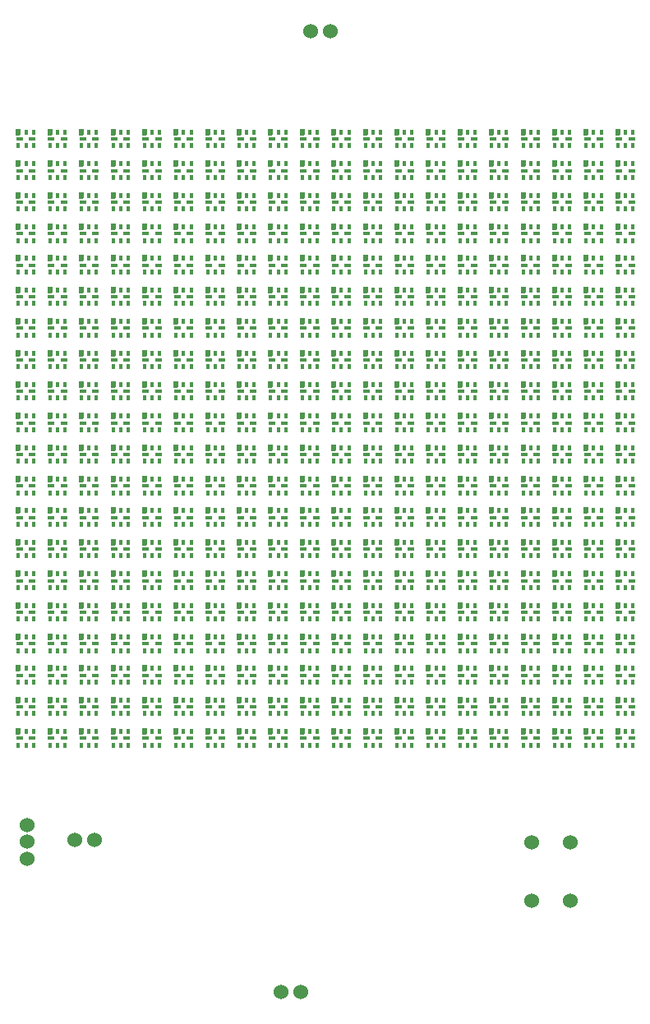
<source format=gbr>
%TF.GenerationSoftware,KiCad,Pcbnew,8.0.3*%
%TF.CreationDate,2024-08-22T18:58:11+02:00*%
%TF.ProjectId,inz,696e7a2e-6b69-4636-9164-5f7063625858,rev?*%
%TF.SameCoordinates,Original*%
%TF.FileFunction,Soldermask,Top*%
%TF.FilePolarity,Negative*%
%FSLAX46Y46*%
G04 Gerber Fmt 4.6, Leading zero omitted, Abs format (unit mm)*
G04 Created by KiCad (PCBNEW 8.0.3) date 2024-08-22 18:58:11*
%MOMM*%
%LPD*%
G01*
G04 APERTURE LIST*
G04 Aperture macros list*
%AMOutline5P*
0 Free polygon, 5 corners , with rotation*
0 The origin of the aperture is its center*
0 number of corners: always 5*
0 $1 to $10 corner X, Y*
0 $11 Rotation angle, in degrees counterclockwise*
0 create outline with 5 corners*
4,1,5,$1,$2,$3,$4,$5,$6,$7,$8,$9,$10,$1,$2,$11*%
%AMOutline6P*
0 Free polygon, 6 corners , with rotation*
0 The origin of the aperture is its center*
0 number of corners: always 6*
0 $1 to $12 corner X, Y*
0 $13 Rotation angle, in degrees counterclockwise*
0 create outline with 6 corners*
4,1,6,$1,$2,$3,$4,$5,$6,$7,$8,$9,$10,$11,$12,$1,$2,$13*%
%AMOutline7P*
0 Free polygon, 7 corners , with rotation*
0 The origin of the aperture is its center*
0 number of corners: always 7*
0 $1 to $14 corner X, Y*
0 $15 Rotation angle, in degrees counterclockwise*
0 create outline with 7 corners*
4,1,7,$1,$2,$3,$4,$5,$6,$7,$8,$9,$10,$11,$12,$13,$14,$1,$2,$15*%
%AMOutline8P*
0 Free polygon, 8 corners , with rotation*
0 The origin of the aperture is its center*
0 number of corners: always 8*
0 $1 to $16 corner X, Y*
0 $17 Rotation angle, in degrees counterclockwise*
0 create outline with 8 corners*
4,1,8,$1,$2,$3,$4,$5,$6,$7,$8,$9,$10,$11,$12,$13,$14,$15,$16,$1,$2,$17*%
G04 Aperture macros list end*
%ADD10C,1.524000*%
%ADD11R,0.450000X0.600000*%
%ADD12R,0.700000X0.300000*%
%ADD13Outline5P,-0.300000X0.225000X0.210000X0.225000X0.300000X0.135000X0.300000X-0.225000X-0.300000X-0.225000X270.000000*%
G04 APERTURE END LIST*
D10*
%TO.C,pwr2*%
X121000000Y-49000000D03*
X123000000Y-49000000D03*
%TD*%
D11*
%TO.C,U220*%
X120925000Y-65900000D03*
X121700000Y-65900000D03*
D12*
X121575000Y-66600000D03*
D11*
X120925000Y-67300000D03*
D13*
X120150000Y-65900000D03*
D12*
X120275000Y-66600000D03*
D11*
X121700000Y-67300000D03*
X120150000Y-67300000D03*
%TD*%
%TO.C,U147*%
X130675000Y-108150000D03*
X131450000Y-108150000D03*
D12*
X131325000Y-108850000D03*
D11*
X130675000Y-109550000D03*
D13*
X129900000Y-108150000D03*
D12*
X130025000Y-108850000D03*
D11*
X131450000Y-109550000D03*
X129900000Y-109550000D03*
%TD*%
%TO.C,U204*%
X120925000Y-117900000D03*
X121700000Y-117900000D03*
D12*
X121575000Y-118600000D03*
D11*
X120925000Y-119300000D03*
D13*
X120150000Y-117900000D03*
D12*
X120275000Y-118600000D03*
D11*
X121700000Y-119300000D03*
X120150000Y-119300000D03*
%TD*%
%TO.C,U140*%
X133925000Y-65900000D03*
X134700000Y-65900000D03*
D12*
X134575000Y-66600000D03*
D11*
X133925000Y-67300000D03*
D13*
X133150000Y-65900000D03*
D12*
X133275000Y-66600000D03*
D11*
X134700000Y-67300000D03*
X133150000Y-67300000D03*
%TD*%
%TO.C,U335*%
X101425000Y-82150000D03*
X102200000Y-82150000D03*
D12*
X102075000Y-82850000D03*
D11*
X101425000Y-83550000D03*
D13*
X100650000Y-82150000D03*
D12*
X100775000Y-82850000D03*
D11*
X102200000Y-83550000D03*
X100650000Y-83550000D03*
%TD*%
%TO.C,U387*%
X91675000Y-108150000D03*
X92450000Y-108150000D03*
D12*
X92325000Y-108850000D03*
D11*
X91675000Y-109550000D03*
D13*
X90900000Y-108150000D03*
D12*
X91025000Y-108850000D03*
D11*
X92450000Y-109550000D03*
X90900000Y-109550000D03*
%TD*%
%TO.C,U313*%
X104675000Y-88650000D03*
X105450000Y-88650000D03*
D12*
X105325000Y-89350000D03*
D11*
X104675000Y-90050000D03*
D13*
X103900000Y-88650000D03*
D12*
X104025000Y-89350000D03*
D11*
X105450000Y-90050000D03*
X103900000Y-90050000D03*
%TD*%
%TO.C,U271*%
X111175000Y-95150000D03*
X111950000Y-95150000D03*
D12*
X111825000Y-95850000D03*
D11*
X111175000Y-96550000D03*
D13*
X110400000Y-95150000D03*
D12*
X110525000Y-95850000D03*
D11*
X111950000Y-96550000D03*
X110400000Y-96550000D03*
%TD*%
%TO.C,U99*%
X140425000Y-69150000D03*
X141200000Y-69150000D03*
D12*
X141075000Y-69850000D03*
D11*
X140425000Y-70550000D03*
D13*
X139650000Y-69150000D03*
D12*
X139775000Y-69850000D03*
D11*
X141200000Y-70550000D03*
X139650000Y-70550000D03*
%TD*%
%TO.C,U67*%
X143675000Y-108150000D03*
X144450000Y-108150000D03*
D12*
X144325000Y-108850000D03*
D11*
X143675000Y-109550000D03*
D13*
X142900000Y-108150000D03*
D12*
X143025000Y-108850000D03*
D11*
X144450000Y-109550000D03*
X142900000Y-109550000D03*
%TD*%
%TO.C,U22*%
X153425000Y-59400000D03*
X154200000Y-59400000D03*
D12*
X154075000Y-60100000D03*
D11*
X153425000Y-60800000D03*
D13*
X152650000Y-59400000D03*
D12*
X152775000Y-60100000D03*
D11*
X154200000Y-60800000D03*
X152650000Y-60800000D03*
%TD*%
%TO.C,U27*%
X150175000Y-108150000D03*
X150950000Y-108150000D03*
D12*
X150825000Y-108850000D03*
D11*
X150175000Y-109550000D03*
D13*
X149400000Y-108150000D03*
D12*
X149525000Y-108850000D03*
D11*
X150950000Y-109550000D03*
X149400000Y-109550000D03*
%TD*%
%TO.C,U337*%
X101425000Y-75650000D03*
X102200000Y-75650000D03*
D12*
X102075000Y-76350000D03*
D11*
X101425000Y-77050000D03*
D13*
X100650000Y-75650000D03*
D12*
X100775000Y-76350000D03*
D11*
X102200000Y-77050000D03*
X100650000Y-77050000D03*
%TD*%
%TO.C,U87*%
X140425000Y-108150000D03*
X141200000Y-108150000D03*
D12*
X141075000Y-108850000D03*
D11*
X140425000Y-109550000D03*
D13*
X139650000Y-108150000D03*
D12*
X139775000Y-108850000D03*
D11*
X141200000Y-109550000D03*
X139650000Y-109550000D03*
%TD*%
%TO.C,U203*%
X120925000Y-121150000D03*
X121700000Y-121150000D03*
D12*
X121575000Y-121850000D03*
D11*
X120925000Y-122550000D03*
D13*
X120150000Y-121150000D03*
D12*
X120275000Y-121850000D03*
D11*
X121700000Y-122550000D03*
X120150000Y-122550000D03*
%TD*%
%TO.C,U398*%
X91675000Y-72400000D03*
X92450000Y-72400000D03*
D12*
X92325000Y-73100000D03*
D11*
X91675000Y-73800000D03*
D13*
X90900000Y-72400000D03*
D12*
X91025000Y-73100000D03*
D11*
X92450000Y-73800000D03*
X90900000Y-73800000D03*
%TD*%
%TO.C,U324*%
X101425000Y-117900000D03*
X102200000Y-117900000D03*
D12*
X102075000Y-118600000D03*
D11*
X101425000Y-119300000D03*
D13*
X100650000Y-117900000D03*
D12*
X100775000Y-118600000D03*
D11*
X102200000Y-119300000D03*
X100650000Y-119300000D03*
%TD*%
%TO.C,U63*%
X143675000Y-121150000D03*
X144450000Y-121150000D03*
D12*
X144325000Y-121850000D03*
D11*
X143675000Y-122550000D03*
D13*
X142900000Y-121150000D03*
D12*
X143025000Y-121850000D03*
D11*
X144450000Y-122550000D03*
X142900000Y-122550000D03*
%TD*%
%TO.C,U219*%
X120925000Y-69150000D03*
X121700000Y-69150000D03*
D12*
X121575000Y-69850000D03*
D11*
X120925000Y-70550000D03*
D13*
X120150000Y-69150000D03*
D12*
X120275000Y-69850000D03*
D11*
X121700000Y-70550000D03*
X120150000Y-70550000D03*
%TD*%
%TO.C,U228*%
X117675000Y-104900000D03*
X118450000Y-104900000D03*
D12*
X118325000Y-105600000D03*
D11*
X117675000Y-106300000D03*
D13*
X116900000Y-104900000D03*
D12*
X117025000Y-105600000D03*
D11*
X118450000Y-106300000D03*
X116900000Y-106300000D03*
%TD*%
%TO.C,U30*%
X150175000Y-98400000D03*
X150950000Y-98400000D03*
D12*
X150825000Y-99100000D03*
D11*
X150175000Y-99800000D03*
D13*
X149400000Y-98400000D03*
D12*
X149525000Y-99100000D03*
D11*
X150950000Y-99800000D03*
X149400000Y-99800000D03*
%TD*%
%TO.C,U76*%
X143675000Y-78900000D03*
X144450000Y-78900000D03*
D12*
X144325000Y-79600000D03*
D11*
X143675000Y-80300000D03*
D13*
X142900000Y-78900000D03*
D12*
X143025000Y-79600000D03*
D11*
X144450000Y-80300000D03*
X142900000Y-80300000D03*
%TD*%
%TO.C,U359*%
X98175000Y-69150000D03*
X98950000Y-69150000D03*
D12*
X98825000Y-69850000D03*
D11*
X98175000Y-70550000D03*
D13*
X97400000Y-69150000D03*
D12*
X97525000Y-69850000D03*
D11*
X98950000Y-70550000D03*
X97400000Y-70550000D03*
%TD*%
%TO.C,U128*%
X133925000Y-104900000D03*
X134700000Y-104900000D03*
D12*
X134575000Y-105600000D03*
D11*
X133925000Y-106300000D03*
D13*
X133150000Y-104900000D03*
D12*
X133275000Y-105600000D03*
D11*
X134700000Y-106300000D03*
X133150000Y-106300000D03*
%TD*%
%TO.C,U135*%
X133925000Y-82150000D03*
X134700000Y-82150000D03*
D12*
X134575000Y-82850000D03*
D11*
X133925000Y-83550000D03*
D13*
X133150000Y-82150000D03*
D12*
X133275000Y-82850000D03*
D11*
X134700000Y-83550000D03*
X133150000Y-83550000D03*
%TD*%
%TO.C,U262*%
X114425000Y-59400000D03*
X115200000Y-59400000D03*
D12*
X115075000Y-60100000D03*
D11*
X114425000Y-60800000D03*
D13*
X113650000Y-59400000D03*
D12*
X113775000Y-60100000D03*
D11*
X115200000Y-60800000D03*
X113650000Y-60800000D03*
%TD*%
%TO.C,U8*%
X153425000Y-104900000D03*
X154200000Y-104900000D03*
D12*
X154075000Y-105600000D03*
D11*
X153425000Y-106300000D03*
D13*
X152650000Y-104900000D03*
D12*
X152775000Y-105600000D03*
D11*
X154200000Y-106300000D03*
X152650000Y-106300000D03*
%TD*%
%TO.C,U129*%
X133925000Y-101650000D03*
X134700000Y-101650000D03*
D12*
X134575000Y-102350000D03*
D11*
X133925000Y-103050000D03*
D13*
X133150000Y-101650000D03*
D12*
X133275000Y-102350000D03*
D11*
X134700000Y-103050000D03*
X133150000Y-103050000D03*
%TD*%
%TO.C,U376*%
X94925000Y-78900000D03*
X95700000Y-78900000D03*
D12*
X95575000Y-79600000D03*
D11*
X94925000Y-80300000D03*
D13*
X94150000Y-78900000D03*
D12*
X94275000Y-79600000D03*
D11*
X95700000Y-80300000D03*
X94150000Y-80300000D03*
%TD*%
%TO.C,U95*%
X140425000Y-82150000D03*
X141200000Y-82150000D03*
D12*
X141075000Y-82850000D03*
D11*
X140425000Y-83550000D03*
D13*
X139650000Y-82150000D03*
D12*
X139775000Y-82850000D03*
D11*
X141200000Y-83550000D03*
X139650000Y-83550000D03*
%TD*%
%TO.C,U272*%
X111175000Y-91900000D03*
X111950000Y-91900000D03*
D12*
X111825000Y-92600000D03*
D11*
X111175000Y-93300000D03*
D13*
X110400000Y-91900000D03*
D12*
X110525000Y-92600000D03*
D11*
X111950000Y-93300000D03*
X110400000Y-93300000D03*
%TD*%
%TO.C,U75*%
X143675000Y-82150000D03*
X144450000Y-82150000D03*
D12*
X144325000Y-82850000D03*
D11*
X143675000Y-83550000D03*
D13*
X142900000Y-82150000D03*
D12*
X143025000Y-82850000D03*
D11*
X144450000Y-83550000D03*
X142900000Y-83550000D03*
%TD*%
%TO.C,U306*%
X104675000Y-111400000D03*
X105450000Y-111400000D03*
D12*
X105325000Y-112100000D03*
D11*
X104675000Y-112800000D03*
D13*
X103900000Y-111400000D03*
D12*
X104025000Y-112100000D03*
D11*
X105450000Y-112800000D03*
X103900000Y-112800000D03*
%TD*%
%TO.C,U186*%
X124175000Y-111400000D03*
X124950000Y-111400000D03*
D12*
X124825000Y-112100000D03*
D11*
X124175000Y-112800000D03*
D13*
X123400000Y-111400000D03*
D12*
X123525000Y-112100000D03*
D11*
X124950000Y-112800000D03*
X123400000Y-112800000D03*
%TD*%
%TO.C,U356*%
X98175000Y-78900000D03*
X98950000Y-78900000D03*
D12*
X98825000Y-79600000D03*
D11*
X98175000Y-80300000D03*
D13*
X97400000Y-78900000D03*
D12*
X97525000Y-79600000D03*
D11*
X98950000Y-80300000D03*
X97400000Y-80300000D03*
%TD*%
%TO.C,U53*%
X146925000Y-88650000D03*
X147700000Y-88650000D03*
D12*
X147575000Y-89350000D03*
D11*
X146925000Y-90050000D03*
D13*
X146150000Y-88650000D03*
D12*
X146275000Y-89350000D03*
D11*
X147700000Y-90050000D03*
X146150000Y-90050000D03*
%TD*%
%TO.C,U155*%
X130675000Y-82150000D03*
X131450000Y-82150000D03*
D12*
X131325000Y-82850000D03*
D11*
X130675000Y-83550000D03*
D13*
X129900000Y-82150000D03*
D12*
X130025000Y-82850000D03*
D11*
X131450000Y-83550000D03*
X129900000Y-83550000D03*
%TD*%
%TO.C,U116*%
X137175000Y-78900000D03*
X137950000Y-78900000D03*
D12*
X137825000Y-79600000D03*
D11*
X137175000Y-80300000D03*
D13*
X136400000Y-78900000D03*
D12*
X136525000Y-79600000D03*
D11*
X137950000Y-80300000D03*
X136400000Y-80300000D03*
%TD*%
%TO.C,U172*%
X127425000Y-91900000D03*
X128200000Y-91900000D03*
D12*
X128075000Y-92600000D03*
D11*
X127425000Y-93300000D03*
D13*
X126650000Y-91900000D03*
D12*
X126775000Y-92600000D03*
D11*
X128200000Y-93300000D03*
X126650000Y-93300000D03*
%TD*%
%TO.C,U149*%
X130675000Y-101650000D03*
X131450000Y-101650000D03*
D12*
X131325000Y-102350000D03*
D11*
X130675000Y-103050000D03*
D13*
X129900000Y-101650000D03*
D12*
X130025000Y-102350000D03*
D11*
X131450000Y-103050000D03*
X129900000Y-103050000D03*
%TD*%
%TO.C,U191*%
X124175000Y-95150000D03*
X124950000Y-95150000D03*
D12*
X124825000Y-95850000D03*
D11*
X124175000Y-96550000D03*
D13*
X123400000Y-95150000D03*
D12*
X123525000Y-95850000D03*
D11*
X124950000Y-96550000D03*
X123400000Y-96550000D03*
%TD*%
%TO.C,U287*%
X107925000Y-108150000D03*
X108700000Y-108150000D03*
D12*
X108575000Y-108850000D03*
D11*
X107925000Y-109550000D03*
D13*
X107150000Y-108150000D03*
D12*
X107275000Y-108850000D03*
D11*
X108700000Y-109550000D03*
X107150000Y-109550000D03*
%TD*%
%TO.C,U251*%
X114425000Y-95150000D03*
X115200000Y-95150000D03*
D12*
X115075000Y-95850000D03*
D11*
X114425000Y-96550000D03*
D13*
X113650000Y-95150000D03*
D12*
X113775000Y-95850000D03*
D11*
X115200000Y-96550000D03*
X113650000Y-96550000D03*
%TD*%
%TO.C,U122*%
X137175000Y-59400000D03*
X137950000Y-59400000D03*
D12*
X137825000Y-60100000D03*
D11*
X137175000Y-60800000D03*
D13*
X136400000Y-59400000D03*
D12*
X136525000Y-60100000D03*
D11*
X137950000Y-60800000D03*
X136400000Y-60800000D03*
%TD*%
%TO.C,U323*%
X101425000Y-121150000D03*
X102200000Y-121150000D03*
D12*
X102075000Y-121850000D03*
D11*
X101425000Y-122550000D03*
D13*
X100650000Y-121150000D03*
D12*
X100775000Y-121850000D03*
D11*
X102200000Y-122550000D03*
X100650000Y-122550000D03*
%TD*%
%TO.C,U269*%
X111175000Y-101650000D03*
X111950000Y-101650000D03*
D12*
X111825000Y-102350000D03*
D11*
X111175000Y-103050000D03*
D13*
X110400000Y-101650000D03*
D12*
X110525000Y-102350000D03*
D11*
X111950000Y-103050000D03*
X110400000Y-103050000D03*
%TD*%
%TO.C,U90*%
X140425000Y-98400000D03*
X141200000Y-98400000D03*
D12*
X141075000Y-99100000D03*
D11*
X140425000Y-99800000D03*
D13*
X139650000Y-98400000D03*
D12*
X139775000Y-99100000D03*
D11*
X141200000Y-99800000D03*
X139650000Y-99800000D03*
%TD*%
%TO.C,U391*%
X91675000Y-95150000D03*
X92450000Y-95150000D03*
D12*
X92325000Y-95850000D03*
D11*
X91675000Y-96550000D03*
D13*
X90900000Y-95150000D03*
D12*
X91025000Y-95850000D03*
D11*
X92450000Y-96550000D03*
X90900000Y-96550000D03*
%TD*%
%TO.C,U346*%
X98175000Y-111400000D03*
X98950000Y-111400000D03*
D12*
X98825000Y-112100000D03*
D11*
X98175000Y-112800000D03*
D13*
X97400000Y-111400000D03*
D12*
X97525000Y-112100000D03*
D11*
X98950000Y-112800000D03*
X97400000Y-112800000D03*
%TD*%
%TO.C,U312*%
X104675000Y-91900000D03*
X105450000Y-91900000D03*
D12*
X105325000Y-92600000D03*
D11*
X104675000Y-93300000D03*
D13*
X103900000Y-91900000D03*
D12*
X104025000Y-92600000D03*
D11*
X105450000Y-93300000D03*
X103900000Y-93300000D03*
%TD*%
%TO.C,U127*%
X133925000Y-108150000D03*
X134700000Y-108150000D03*
D12*
X134575000Y-108850000D03*
D11*
X133925000Y-109550000D03*
D13*
X133150000Y-108150000D03*
D12*
X133275000Y-108850000D03*
D11*
X134700000Y-109550000D03*
X133150000Y-109550000D03*
%TD*%
%TO.C,U145*%
X130675000Y-114650000D03*
X131450000Y-114650000D03*
D12*
X131325000Y-115350000D03*
D11*
X130675000Y-116050000D03*
D13*
X129900000Y-114650000D03*
D12*
X130025000Y-115350000D03*
D11*
X131450000Y-116050000D03*
X129900000Y-116050000D03*
%TD*%
%TO.C,U297*%
X107925000Y-75650000D03*
X108700000Y-75650000D03*
D12*
X108575000Y-76350000D03*
D11*
X107925000Y-77050000D03*
D13*
X107150000Y-75650000D03*
D12*
X107275000Y-76350000D03*
D11*
X108700000Y-77050000D03*
X107150000Y-77050000D03*
%TD*%
%TO.C,U173*%
X127425000Y-88650000D03*
X128200000Y-88650000D03*
D12*
X128075000Y-89350000D03*
D11*
X127425000Y-90050000D03*
D13*
X126650000Y-88650000D03*
D12*
X126775000Y-89350000D03*
D11*
X128200000Y-90050000D03*
X126650000Y-90050000D03*
%TD*%
%TO.C,U28*%
X150175000Y-104900000D03*
X150950000Y-104900000D03*
D12*
X150825000Y-105600000D03*
D11*
X150175000Y-106300000D03*
D13*
X149400000Y-104900000D03*
D12*
X149525000Y-105600000D03*
D11*
X150950000Y-106300000D03*
X149400000Y-106300000D03*
%TD*%
%TO.C,U329*%
X101425000Y-101650000D03*
X102200000Y-101650000D03*
D12*
X102075000Y-102350000D03*
D11*
X101425000Y-103050000D03*
D13*
X100650000Y-101650000D03*
D12*
X100775000Y-102350000D03*
D11*
X102200000Y-103050000D03*
X100650000Y-103050000D03*
%TD*%
%TO.C,U119*%
X137175000Y-69150000D03*
X137950000Y-69150000D03*
D12*
X137825000Y-69850000D03*
D11*
X137175000Y-70550000D03*
D13*
X136400000Y-69150000D03*
D12*
X136525000Y-69850000D03*
D11*
X137950000Y-70550000D03*
X136400000Y-70550000D03*
%TD*%
%TO.C,U370*%
X94925000Y-98400000D03*
X95700000Y-98400000D03*
D12*
X95575000Y-99100000D03*
D11*
X94925000Y-99800000D03*
D13*
X94150000Y-98400000D03*
D12*
X94275000Y-99100000D03*
D11*
X95700000Y-99800000D03*
X94150000Y-99800000D03*
%TD*%
%TO.C,U24*%
X150175000Y-117900000D03*
X150950000Y-117900000D03*
D12*
X150825000Y-118600000D03*
D11*
X150175000Y-119300000D03*
D13*
X149400000Y-117900000D03*
D12*
X149525000Y-118600000D03*
D11*
X150950000Y-119300000D03*
X149400000Y-119300000D03*
%TD*%
%TO.C,U57*%
X146925000Y-75650000D03*
X147700000Y-75650000D03*
D12*
X147575000Y-76350000D03*
D11*
X146925000Y-77050000D03*
D13*
X146150000Y-75650000D03*
D12*
X146275000Y-76350000D03*
D11*
X147700000Y-77050000D03*
X146150000Y-77050000D03*
%TD*%
%TO.C,U267*%
X111175000Y-108150000D03*
X111950000Y-108150000D03*
D12*
X111825000Y-108850000D03*
D11*
X111175000Y-109550000D03*
D13*
X110400000Y-108150000D03*
D12*
X110525000Y-108850000D03*
D11*
X111950000Y-109550000D03*
X110400000Y-109550000D03*
%TD*%
%TO.C,U18*%
X153425000Y-72400000D03*
X154200000Y-72400000D03*
D12*
X154075000Y-73100000D03*
D11*
X153425000Y-73800000D03*
D13*
X152650000Y-72400000D03*
D12*
X152775000Y-73100000D03*
D11*
X154200000Y-73800000D03*
X152650000Y-73800000D03*
%TD*%
%TO.C,U336*%
X101425000Y-78900000D03*
X102200000Y-78900000D03*
D12*
X102075000Y-79600000D03*
D11*
X101425000Y-80300000D03*
D13*
X100650000Y-78900000D03*
D12*
X100775000Y-79600000D03*
D11*
X102200000Y-80300000D03*
X100650000Y-80300000D03*
%TD*%
%TO.C,U289*%
X107925000Y-101650000D03*
X108700000Y-101650000D03*
D12*
X108575000Y-102350000D03*
D11*
X107925000Y-103050000D03*
D13*
X107150000Y-101650000D03*
D12*
X107275000Y-102350000D03*
D11*
X108700000Y-103050000D03*
X107150000Y-103050000D03*
%TD*%
%TO.C,U393*%
X91675000Y-88650000D03*
X92450000Y-88650000D03*
D12*
X92325000Y-89350000D03*
D11*
X91675000Y-90050000D03*
D13*
X90900000Y-88650000D03*
D12*
X91025000Y-89350000D03*
D11*
X92450000Y-90050000D03*
X90900000Y-90050000D03*
%TD*%
%TO.C,U81*%
X143675000Y-62650000D03*
X144450000Y-62650000D03*
D12*
X144325000Y-63350000D03*
D11*
X143675000Y-64050000D03*
D13*
X142900000Y-62650000D03*
D12*
X143025000Y-63350000D03*
D11*
X144450000Y-64050000D03*
X142900000Y-64050000D03*
%TD*%
%TO.C,U353*%
X98175000Y-88650000D03*
X98950000Y-88650000D03*
D12*
X98825000Y-89350000D03*
D11*
X98175000Y-90050000D03*
D13*
X97400000Y-88650000D03*
D12*
X97525000Y-89350000D03*
D11*
X98950000Y-90050000D03*
X97400000Y-90050000D03*
%TD*%
%TO.C,U292*%
X107925000Y-91900000D03*
X108700000Y-91900000D03*
D12*
X108575000Y-92600000D03*
D11*
X107925000Y-93300000D03*
D13*
X107150000Y-91900000D03*
D12*
X107275000Y-92600000D03*
D11*
X108700000Y-93300000D03*
X107150000Y-93300000D03*
%TD*%
%TO.C,U230*%
X117675000Y-98400000D03*
X118450000Y-98400000D03*
D12*
X118325000Y-99100000D03*
D11*
X117675000Y-99800000D03*
D13*
X116900000Y-98400000D03*
D12*
X117025000Y-99100000D03*
D11*
X118450000Y-99800000D03*
X116900000Y-99800000D03*
%TD*%
%TO.C,U171*%
X127425000Y-95150000D03*
X128200000Y-95150000D03*
D12*
X128075000Y-95850000D03*
D11*
X127425000Y-96550000D03*
D13*
X126650000Y-95150000D03*
D12*
X126775000Y-95850000D03*
D11*
X128200000Y-96550000D03*
X126650000Y-96550000D03*
%TD*%
%TO.C,U380*%
X94925000Y-65900000D03*
X95700000Y-65900000D03*
D12*
X95575000Y-66600000D03*
D11*
X94925000Y-67300000D03*
D13*
X94150000Y-65900000D03*
D12*
X94275000Y-66600000D03*
D11*
X95700000Y-67300000D03*
X94150000Y-67300000D03*
%TD*%
%TO.C,U215*%
X120925000Y-82150000D03*
X121700000Y-82150000D03*
D12*
X121575000Y-82850000D03*
D11*
X120925000Y-83550000D03*
D13*
X120150000Y-82150000D03*
D12*
X120275000Y-82850000D03*
D11*
X121700000Y-83550000D03*
X120150000Y-83550000D03*
%TD*%
%TO.C,U321*%
X104675000Y-62650000D03*
X105450000Y-62650000D03*
D12*
X105325000Y-63350000D03*
D11*
X104675000Y-64050000D03*
D13*
X103900000Y-62650000D03*
D12*
X104025000Y-63350000D03*
D11*
X105450000Y-64050000D03*
X103900000Y-64050000D03*
%TD*%
%TO.C,U92*%
X140425000Y-91900000D03*
X141200000Y-91900000D03*
D12*
X141075000Y-92600000D03*
D11*
X140425000Y-93300000D03*
D13*
X139650000Y-91900000D03*
D12*
X139775000Y-92600000D03*
D11*
X141200000Y-93300000D03*
X139650000Y-93300000D03*
%TD*%
%TO.C,U120*%
X137175000Y-65900000D03*
X137950000Y-65900000D03*
D12*
X137825000Y-66600000D03*
D11*
X137175000Y-67300000D03*
D13*
X136400000Y-65900000D03*
D12*
X136525000Y-66600000D03*
D11*
X137950000Y-67300000D03*
X136400000Y-67300000D03*
%TD*%
%TO.C,U285*%
X107925000Y-114650000D03*
X108700000Y-114650000D03*
D12*
X108575000Y-115350000D03*
D11*
X107925000Y-116050000D03*
D13*
X107150000Y-114650000D03*
D12*
X107275000Y-115350000D03*
D11*
X108700000Y-116050000D03*
X107150000Y-116050000D03*
%TD*%
%TO.C,U142*%
X133925000Y-59400000D03*
X134700000Y-59400000D03*
D12*
X134575000Y-60100000D03*
D11*
X133925000Y-60800000D03*
D13*
X133150000Y-59400000D03*
D12*
X133275000Y-60100000D03*
D11*
X134700000Y-60800000D03*
X133150000Y-60800000D03*
%TD*%
%TO.C,U100*%
X140425000Y-65900000D03*
X141200000Y-65900000D03*
D12*
X141075000Y-66600000D03*
D11*
X140425000Y-67300000D03*
D13*
X139650000Y-65900000D03*
D12*
X139775000Y-66600000D03*
D11*
X141200000Y-67300000D03*
X139650000Y-67300000D03*
%TD*%
%TO.C,U374*%
X94925000Y-85400000D03*
X95700000Y-85400000D03*
D12*
X95575000Y-86100000D03*
D11*
X94925000Y-86800000D03*
D13*
X94150000Y-85400000D03*
D12*
X94275000Y-86100000D03*
D11*
X95700000Y-86800000D03*
X94150000Y-86800000D03*
%TD*%
%TO.C,U367*%
X94925000Y-108150000D03*
X95700000Y-108150000D03*
D12*
X95575000Y-108850000D03*
D11*
X94925000Y-109550000D03*
D13*
X94150000Y-108150000D03*
D12*
X94275000Y-108850000D03*
D11*
X95700000Y-109550000D03*
X94150000Y-109550000D03*
%TD*%
%TO.C,U214*%
X120925000Y-85400000D03*
X121700000Y-85400000D03*
D12*
X121575000Y-86100000D03*
D11*
X120925000Y-86800000D03*
D13*
X120150000Y-85400000D03*
D12*
X120275000Y-86100000D03*
D11*
X121700000Y-86800000D03*
X120150000Y-86800000D03*
%TD*%
%TO.C,U322*%
X104675000Y-59400000D03*
X105450000Y-59400000D03*
D12*
X105325000Y-60100000D03*
D11*
X104675000Y-60800000D03*
D13*
X103900000Y-59400000D03*
D12*
X104025000Y-60100000D03*
D11*
X105450000Y-60800000D03*
X103900000Y-60800000D03*
%TD*%
%TO.C,U302*%
X107925000Y-59400000D03*
X108700000Y-59400000D03*
D12*
X108575000Y-60100000D03*
D11*
X107925000Y-60800000D03*
D13*
X107150000Y-59400000D03*
D12*
X107275000Y-60100000D03*
D11*
X108700000Y-60800000D03*
X107150000Y-60800000D03*
%TD*%
%TO.C,U352*%
X98175000Y-91900000D03*
X98950000Y-91900000D03*
D12*
X98825000Y-92600000D03*
D11*
X98175000Y-93300000D03*
D13*
X97400000Y-91900000D03*
D12*
X97525000Y-92600000D03*
D11*
X98950000Y-93300000D03*
X97400000Y-93300000D03*
%TD*%
%TO.C,U345*%
X98175000Y-114650000D03*
X98950000Y-114650000D03*
D12*
X98825000Y-115350000D03*
D11*
X98175000Y-116050000D03*
D13*
X97400000Y-114650000D03*
D12*
X97525000Y-115350000D03*
D11*
X98950000Y-116050000D03*
X97400000Y-116050000D03*
%TD*%
%TO.C,U260*%
X114425000Y-65900000D03*
X115200000Y-65900000D03*
D12*
X115075000Y-66600000D03*
D11*
X114425000Y-67300000D03*
D13*
X113650000Y-65900000D03*
D12*
X113775000Y-66600000D03*
D11*
X115200000Y-67300000D03*
X113650000Y-67300000D03*
%TD*%
%TO.C,U185*%
X124175000Y-114650000D03*
X124950000Y-114650000D03*
D12*
X124825000Y-115350000D03*
D11*
X124175000Y-116050000D03*
D13*
X123400000Y-114650000D03*
D12*
X123525000Y-115350000D03*
D11*
X124950000Y-116050000D03*
X123400000Y-116050000D03*
%TD*%
%TO.C,U338*%
X101425000Y-72400000D03*
X102200000Y-72400000D03*
D12*
X102075000Y-73100000D03*
D11*
X101425000Y-73800000D03*
D13*
X100650000Y-72400000D03*
D12*
X100775000Y-73100000D03*
D11*
X102200000Y-73800000D03*
X100650000Y-73800000D03*
%TD*%
%TO.C,U317*%
X104675000Y-75650000D03*
X105450000Y-75650000D03*
D12*
X105325000Y-76350000D03*
D11*
X104675000Y-77050000D03*
D13*
X103900000Y-75650000D03*
D12*
X104025000Y-76350000D03*
D11*
X105450000Y-77050000D03*
X103900000Y-77050000D03*
%TD*%
%TO.C,U372*%
X94925000Y-91900000D03*
X95700000Y-91900000D03*
D12*
X95575000Y-92600000D03*
D11*
X94925000Y-93300000D03*
D13*
X94150000Y-91900000D03*
D12*
X94275000Y-92600000D03*
D11*
X95700000Y-93300000D03*
X94150000Y-93300000D03*
%TD*%
%TO.C,U93*%
X140425000Y-88650000D03*
X141200000Y-88650000D03*
D12*
X141075000Y-89350000D03*
D11*
X140425000Y-90050000D03*
D13*
X139650000Y-88650000D03*
D12*
X139775000Y-89350000D03*
D11*
X141200000Y-90050000D03*
X139650000Y-90050000D03*
%TD*%
%TO.C,U180*%
X127425000Y-65900000D03*
X128200000Y-65900000D03*
D12*
X128075000Y-66600000D03*
D11*
X127425000Y-67300000D03*
D13*
X126650000Y-65900000D03*
D12*
X126775000Y-66600000D03*
D11*
X128200000Y-67300000D03*
X126650000Y-67300000D03*
%TD*%
%TO.C,U350*%
X98175000Y-98400000D03*
X98950000Y-98400000D03*
D12*
X98825000Y-99100000D03*
D11*
X98175000Y-99800000D03*
D13*
X97400000Y-98400000D03*
D12*
X97525000Y-99100000D03*
D11*
X98950000Y-99800000D03*
X97400000Y-99800000D03*
%TD*%
%TO.C,U31*%
X150175000Y-95150000D03*
X150950000Y-95150000D03*
D12*
X150825000Y-95850000D03*
D11*
X150175000Y-96550000D03*
D13*
X149400000Y-95150000D03*
D12*
X149525000Y-95850000D03*
D11*
X150950000Y-96550000D03*
X149400000Y-96550000D03*
%TD*%
%TO.C,U343*%
X98175000Y-121150000D03*
X98950000Y-121150000D03*
D12*
X98825000Y-121850000D03*
D11*
X98175000Y-122550000D03*
D13*
X97400000Y-121150000D03*
D12*
X97525000Y-121850000D03*
D11*
X98950000Y-122550000D03*
X97400000Y-122550000D03*
%TD*%
%TO.C,U144*%
X130675000Y-117900000D03*
X131450000Y-117900000D03*
D12*
X131325000Y-118600000D03*
D11*
X130675000Y-119300000D03*
D13*
X129900000Y-117900000D03*
D12*
X130025000Y-118600000D03*
D11*
X131450000Y-119300000D03*
X129900000Y-119300000D03*
%TD*%
%TO.C,U259*%
X114425000Y-69150000D03*
X115200000Y-69150000D03*
D12*
X115075000Y-69850000D03*
D11*
X114425000Y-70550000D03*
D13*
X113650000Y-69150000D03*
D12*
X113775000Y-69850000D03*
D11*
X115200000Y-70550000D03*
X113650000Y-70550000D03*
%TD*%
%TO.C,U62*%
X146925000Y-59400000D03*
X147700000Y-59400000D03*
D12*
X147575000Y-60100000D03*
D11*
X146925000Y-60800000D03*
D13*
X146150000Y-59400000D03*
D12*
X146275000Y-60100000D03*
D11*
X147700000Y-60800000D03*
X146150000Y-60800000D03*
%TD*%
%TO.C,U239*%
X117675000Y-69150000D03*
X118450000Y-69150000D03*
D12*
X118325000Y-69850000D03*
D11*
X117675000Y-70550000D03*
D13*
X116900000Y-69150000D03*
D12*
X117025000Y-69850000D03*
D11*
X118450000Y-70550000D03*
X116900000Y-70550000D03*
%TD*%
%TO.C,U162*%
X130675000Y-59400000D03*
X131450000Y-59400000D03*
D12*
X131325000Y-60100000D03*
D11*
X130675000Y-60800000D03*
D13*
X129900000Y-59400000D03*
D12*
X130025000Y-60100000D03*
D11*
X131450000Y-60800000D03*
X129900000Y-60800000D03*
%TD*%
%TO.C,U141*%
X133925000Y-62650000D03*
X134700000Y-62650000D03*
D12*
X134575000Y-63350000D03*
D11*
X133925000Y-64050000D03*
D13*
X133150000Y-62650000D03*
D12*
X133275000Y-63350000D03*
D11*
X134700000Y-64050000D03*
X133150000Y-64050000D03*
%TD*%
%TO.C,U305*%
X104675000Y-114650000D03*
X105450000Y-114650000D03*
D12*
X105325000Y-115350000D03*
D11*
X104675000Y-116050000D03*
D13*
X103900000Y-114650000D03*
D12*
X104025000Y-115350000D03*
D11*
X105450000Y-116050000D03*
X103900000Y-116050000D03*
%TD*%
%TO.C,U351*%
X98175000Y-95150000D03*
X98950000Y-95150000D03*
D12*
X98825000Y-95850000D03*
D11*
X98175000Y-96550000D03*
D13*
X97400000Y-95150000D03*
D12*
X97525000Y-95850000D03*
D11*
X98950000Y-96550000D03*
X97400000Y-96550000D03*
%TD*%
%TO.C,U304*%
X104675000Y-117900000D03*
X105450000Y-117900000D03*
D12*
X105325000Y-118600000D03*
D11*
X104675000Y-119300000D03*
D13*
X103900000Y-117900000D03*
D12*
X104025000Y-118600000D03*
D11*
X105450000Y-119300000D03*
X103900000Y-119300000D03*
%TD*%
%TO.C,U245*%
X114425000Y-114650000D03*
X115200000Y-114650000D03*
D12*
X115075000Y-115350000D03*
D11*
X114425000Y-116050000D03*
D13*
X113650000Y-114650000D03*
D12*
X113775000Y-115350000D03*
D11*
X115200000Y-116050000D03*
X113650000Y-116050000D03*
%TD*%
%TO.C,U58*%
X146925000Y-72400000D03*
X147700000Y-72400000D03*
D12*
X147575000Y-73100000D03*
D11*
X146925000Y-73800000D03*
D13*
X146150000Y-72400000D03*
D12*
X146275000Y-73100000D03*
D11*
X147700000Y-73800000D03*
X146150000Y-73800000D03*
%TD*%
%TO.C,U310*%
X104675000Y-98400000D03*
X105450000Y-98400000D03*
D12*
X105325000Y-99100000D03*
D11*
X104675000Y-99800000D03*
D13*
X103900000Y-98400000D03*
D12*
X104025000Y-99100000D03*
D11*
X105450000Y-99800000D03*
X103900000Y-99800000D03*
%TD*%
%TO.C,U35*%
X150175000Y-82150000D03*
X150950000Y-82150000D03*
D12*
X150825000Y-82850000D03*
D11*
X150175000Y-83550000D03*
D13*
X149400000Y-82150000D03*
D12*
X149525000Y-82850000D03*
D11*
X150950000Y-83550000D03*
X149400000Y-83550000D03*
%TD*%
%TO.C,U390*%
X91675000Y-98400000D03*
X92450000Y-98400000D03*
D12*
X92325000Y-99100000D03*
D11*
X91675000Y-99800000D03*
D13*
X90900000Y-98400000D03*
D12*
X91025000Y-99100000D03*
D11*
X92450000Y-99800000D03*
X90900000Y-99800000D03*
%TD*%
%TO.C,U246*%
X114425000Y-111400000D03*
X115200000Y-111400000D03*
D12*
X115075000Y-112100000D03*
D11*
X114425000Y-112800000D03*
D13*
X113650000Y-111400000D03*
D12*
X113775000Y-112100000D03*
D11*
X115200000Y-112800000D03*
X113650000Y-112800000D03*
%TD*%
%TO.C,U273*%
X111175000Y-88650000D03*
X111950000Y-88650000D03*
D12*
X111825000Y-89350000D03*
D11*
X111175000Y-90050000D03*
D13*
X110400000Y-88650000D03*
D12*
X110525000Y-89350000D03*
D11*
X111950000Y-90050000D03*
X110400000Y-90050000D03*
%TD*%
%TO.C,U347*%
X98175000Y-108150000D03*
X98950000Y-108150000D03*
D12*
X98825000Y-108850000D03*
D11*
X98175000Y-109550000D03*
D13*
X97400000Y-108150000D03*
D12*
X97525000Y-108850000D03*
D11*
X98950000Y-109550000D03*
X97400000Y-109550000D03*
%TD*%
%TO.C,U25*%
X150175000Y-114650000D03*
X150950000Y-114650000D03*
D12*
X150825000Y-115350000D03*
D11*
X150175000Y-116050000D03*
D13*
X149400000Y-114650000D03*
D12*
X149525000Y-115350000D03*
D11*
X150950000Y-116050000D03*
X149400000Y-116050000D03*
%TD*%
%TO.C,U400*%
X91675000Y-65900000D03*
X92450000Y-65900000D03*
D12*
X92325000Y-66600000D03*
D11*
X91675000Y-67300000D03*
D13*
X90900000Y-65900000D03*
D12*
X91025000Y-66600000D03*
D11*
X92450000Y-67300000D03*
X90900000Y-67300000D03*
%TD*%
%TO.C,U242*%
X117675000Y-59400000D03*
X118450000Y-59400000D03*
D12*
X118325000Y-60100000D03*
D11*
X117675000Y-60800000D03*
D13*
X116900000Y-59400000D03*
D12*
X117025000Y-60100000D03*
D11*
X118450000Y-60800000D03*
X116900000Y-60800000D03*
%TD*%
%TO.C,U183*%
X124175000Y-121150000D03*
X124950000Y-121150000D03*
D12*
X124825000Y-121850000D03*
D11*
X124175000Y-122550000D03*
D13*
X123400000Y-121150000D03*
D12*
X123525000Y-121850000D03*
D11*
X124950000Y-122550000D03*
X123400000Y-122550000D03*
%TD*%
%TO.C,U198*%
X124175000Y-72400000D03*
X124950000Y-72400000D03*
D12*
X124825000Y-73100000D03*
D11*
X124175000Y-73800000D03*
D13*
X123400000Y-72400000D03*
D12*
X123525000Y-73100000D03*
D11*
X124950000Y-73800000D03*
X123400000Y-73800000D03*
%TD*%
%TO.C,U388*%
X91675000Y-104900000D03*
X92450000Y-104900000D03*
D12*
X92325000Y-105600000D03*
D11*
X91675000Y-106300000D03*
D13*
X90900000Y-104900000D03*
D12*
X91025000Y-105600000D03*
D11*
X92450000Y-106300000D03*
X90900000Y-106300000D03*
%TD*%
%TO.C,U205*%
X120925000Y-114650000D03*
X121700000Y-114650000D03*
D12*
X121575000Y-115350000D03*
D11*
X120925000Y-116050000D03*
D13*
X120150000Y-114650000D03*
D12*
X120275000Y-115350000D03*
D11*
X121700000Y-116050000D03*
X120150000Y-116050000D03*
%TD*%
%TO.C,U175*%
X127425000Y-82150000D03*
X128200000Y-82150000D03*
D12*
X128075000Y-82850000D03*
D11*
X127425000Y-83550000D03*
D13*
X126650000Y-82150000D03*
D12*
X126775000Y-82850000D03*
D11*
X128200000Y-83550000D03*
X126650000Y-83550000D03*
%TD*%
%TO.C,U385*%
X91675000Y-114650000D03*
X92450000Y-114650000D03*
D12*
X92325000Y-115350000D03*
D11*
X91675000Y-116050000D03*
D13*
X90900000Y-114650000D03*
D12*
X91025000Y-115350000D03*
D11*
X92450000Y-116050000D03*
X90900000Y-116050000D03*
%TD*%
%TO.C,U48*%
X146925000Y-104900000D03*
X147700000Y-104900000D03*
D12*
X147575000Y-105600000D03*
D11*
X146925000Y-106300000D03*
D13*
X146150000Y-104900000D03*
D12*
X146275000Y-105600000D03*
D11*
X147700000Y-106300000D03*
X146150000Y-106300000D03*
%TD*%
%TO.C,U379*%
X94925000Y-69150000D03*
X95700000Y-69150000D03*
D12*
X95575000Y-69850000D03*
D11*
X94925000Y-70550000D03*
D13*
X94150000Y-69150000D03*
D12*
X94275000Y-69850000D03*
D11*
X95700000Y-70550000D03*
X94150000Y-70550000D03*
%TD*%
%TO.C,U158*%
X130675000Y-72400000D03*
X131450000Y-72400000D03*
D12*
X131325000Y-73100000D03*
D11*
X130675000Y-73800000D03*
D13*
X129900000Y-72400000D03*
D12*
X130025000Y-73100000D03*
D11*
X131450000Y-73800000D03*
X129900000Y-73800000D03*
%TD*%
%TO.C,U389*%
X91675000Y-101650000D03*
X92450000Y-101650000D03*
D12*
X92325000Y-102350000D03*
D11*
X91675000Y-103050000D03*
D13*
X90900000Y-101650000D03*
D12*
X91025000Y-102350000D03*
D11*
X92450000Y-103050000D03*
X90900000Y-103050000D03*
%TD*%
%TO.C,U217*%
X120925000Y-75650000D03*
X121700000Y-75650000D03*
D12*
X121575000Y-76350000D03*
D11*
X120925000Y-77050000D03*
D13*
X120150000Y-75650000D03*
D12*
X120275000Y-76350000D03*
D11*
X121700000Y-77050000D03*
X120150000Y-77050000D03*
%TD*%
%TO.C,U383*%
X91675000Y-121150000D03*
X92450000Y-121150000D03*
D12*
X92325000Y-121850000D03*
D11*
X91675000Y-122550000D03*
D13*
X90900000Y-121150000D03*
D12*
X91025000Y-121850000D03*
D11*
X92450000Y-122550000D03*
X90900000Y-122550000D03*
%TD*%
%TO.C,U296*%
X107925000Y-78900000D03*
X108700000Y-78900000D03*
D12*
X108575000Y-79600000D03*
D11*
X107925000Y-80300000D03*
D13*
X107150000Y-78900000D03*
D12*
X107275000Y-79600000D03*
D11*
X108700000Y-80300000D03*
X107150000Y-80300000D03*
%TD*%
%TO.C,U13*%
X153425000Y-88650000D03*
X154200000Y-88650000D03*
D12*
X154075000Y-89350000D03*
D11*
X153425000Y-90050000D03*
D13*
X152650000Y-88650000D03*
D12*
X152775000Y-89350000D03*
D11*
X154200000Y-90050000D03*
X152650000Y-90050000D03*
%TD*%
%TO.C,U223*%
X117675000Y-121150000D03*
X118450000Y-121150000D03*
D12*
X118325000Y-121850000D03*
D11*
X117675000Y-122550000D03*
D13*
X116900000Y-121150000D03*
D12*
X117025000Y-121850000D03*
D11*
X118450000Y-122550000D03*
X116900000Y-122550000D03*
%TD*%
%TO.C,U78*%
X143675000Y-72400000D03*
X144450000Y-72400000D03*
D12*
X144325000Y-73100000D03*
D11*
X143675000Y-73800000D03*
D13*
X142900000Y-72400000D03*
D12*
X143025000Y-73100000D03*
D11*
X144450000Y-73800000D03*
X142900000Y-73800000D03*
%TD*%
%TO.C,U232*%
X117675000Y-91900000D03*
X118450000Y-91900000D03*
D12*
X118325000Y-92600000D03*
D11*
X117675000Y-93300000D03*
D13*
X116900000Y-91900000D03*
D12*
X117025000Y-92600000D03*
D11*
X118450000Y-93300000D03*
X116900000Y-93300000D03*
%TD*%
%TO.C,U392*%
X91675000Y-91900000D03*
X92450000Y-91900000D03*
D12*
X92325000Y-92600000D03*
D11*
X91675000Y-93300000D03*
D13*
X90900000Y-91900000D03*
D12*
X91025000Y-92600000D03*
D11*
X92450000Y-93300000D03*
X90900000Y-93300000D03*
%TD*%
%TO.C,U113*%
X137175000Y-88650000D03*
X137950000Y-88650000D03*
D12*
X137825000Y-89350000D03*
D11*
X137175000Y-90050000D03*
D13*
X136400000Y-88650000D03*
D12*
X136525000Y-89350000D03*
D11*
X137950000Y-90050000D03*
X136400000Y-90050000D03*
%TD*%
%TO.C,U231*%
X117675000Y-95150000D03*
X118450000Y-95150000D03*
D12*
X118325000Y-95850000D03*
D11*
X117675000Y-96550000D03*
D13*
X116900000Y-95150000D03*
D12*
X117025000Y-95850000D03*
D11*
X118450000Y-96550000D03*
X116900000Y-96550000D03*
%TD*%
%TO.C,U210*%
X120925000Y-98400000D03*
X121700000Y-98400000D03*
D12*
X121575000Y-99100000D03*
D11*
X120925000Y-99800000D03*
D13*
X120150000Y-98400000D03*
D12*
X120275000Y-99100000D03*
D11*
X121700000Y-99800000D03*
X120150000Y-99800000D03*
%TD*%
%TO.C,U47*%
X146925000Y-108150000D03*
X147700000Y-108150000D03*
D12*
X147575000Y-108850000D03*
D11*
X146925000Y-109550000D03*
D13*
X146150000Y-108150000D03*
D12*
X146275000Y-108850000D03*
D11*
X147700000Y-109550000D03*
X146150000Y-109550000D03*
%TD*%
%TO.C,U190*%
X124175000Y-98400000D03*
X124950000Y-98400000D03*
D12*
X124825000Y-99100000D03*
D11*
X124175000Y-99800000D03*
D13*
X123400000Y-98400000D03*
D12*
X123525000Y-99100000D03*
D11*
X124950000Y-99800000D03*
X123400000Y-99800000D03*
%TD*%
%TO.C,U10*%
X153425000Y-98400000D03*
X154200000Y-98400000D03*
D12*
X154075000Y-99100000D03*
D11*
X153425000Y-99800000D03*
D13*
X152650000Y-98400000D03*
D12*
X152775000Y-99100000D03*
D11*
X154200000Y-99800000D03*
X152650000Y-99800000D03*
%TD*%
%TO.C,U138*%
X133925000Y-72400000D03*
X134700000Y-72400000D03*
D12*
X134575000Y-73100000D03*
D11*
X133925000Y-73800000D03*
D13*
X133150000Y-72400000D03*
D12*
X133275000Y-73100000D03*
D11*
X134700000Y-73800000D03*
X133150000Y-73800000D03*
%TD*%
%TO.C,U368*%
X94925000Y-104900000D03*
X95700000Y-104900000D03*
D12*
X95575000Y-105600000D03*
D11*
X94925000Y-106300000D03*
D13*
X94150000Y-104900000D03*
D12*
X94275000Y-105600000D03*
D11*
X95700000Y-106300000D03*
X94150000Y-106300000D03*
%TD*%
%TO.C,U161*%
X130675000Y-62650000D03*
X131450000Y-62650000D03*
D12*
X131325000Y-63350000D03*
D11*
X130675000Y-64050000D03*
D13*
X129900000Y-62650000D03*
D12*
X130025000Y-63350000D03*
D11*
X131450000Y-64050000D03*
X129900000Y-64050000D03*
%TD*%
%TO.C,U252*%
X114425000Y-91900000D03*
X115200000Y-91900000D03*
D12*
X115075000Y-92600000D03*
D11*
X114425000Y-93300000D03*
D13*
X113650000Y-91900000D03*
D12*
X113775000Y-92600000D03*
D11*
X115200000Y-93300000D03*
X113650000Y-93300000D03*
%TD*%
%TO.C,U299*%
X107925000Y-69150000D03*
X108700000Y-69150000D03*
D12*
X108575000Y-69850000D03*
D11*
X107925000Y-70550000D03*
D13*
X107150000Y-69150000D03*
D12*
X107275000Y-69850000D03*
D11*
X108700000Y-70550000D03*
X107150000Y-70550000D03*
%TD*%
%TO.C,U197*%
X124175000Y-75650000D03*
X124950000Y-75650000D03*
D12*
X124825000Y-76350000D03*
D11*
X124175000Y-77050000D03*
D13*
X123400000Y-75650000D03*
D12*
X123525000Y-76350000D03*
D11*
X124950000Y-77050000D03*
X123400000Y-77050000D03*
%TD*%
%TO.C,U314*%
X104675000Y-85400000D03*
X105450000Y-85400000D03*
D12*
X105325000Y-86100000D03*
D11*
X104675000Y-86800000D03*
D13*
X103900000Y-85400000D03*
D12*
X104025000Y-86100000D03*
D11*
X105450000Y-86800000D03*
X103900000Y-86800000D03*
%TD*%
%TO.C,U341*%
X101425000Y-62650000D03*
X102200000Y-62650000D03*
D12*
X102075000Y-63350000D03*
D11*
X101425000Y-64050000D03*
D13*
X100650000Y-62650000D03*
D12*
X100775000Y-63350000D03*
D11*
X102200000Y-64050000D03*
X100650000Y-64050000D03*
%TD*%
%TO.C,U189*%
X124175000Y-101650000D03*
X124950000Y-101650000D03*
D12*
X124825000Y-102350000D03*
D11*
X124175000Y-103050000D03*
D13*
X123400000Y-101650000D03*
D12*
X123525000Y-102350000D03*
D11*
X124950000Y-103050000D03*
X123400000Y-103050000D03*
%TD*%
%TO.C,U396*%
X91675000Y-78900000D03*
X92450000Y-78900000D03*
D12*
X92325000Y-79600000D03*
D11*
X91675000Y-80300000D03*
D13*
X90900000Y-78900000D03*
D12*
X91025000Y-79600000D03*
D11*
X92450000Y-80300000D03*
X90900000Y-80300000D03*
%TD*%
%TO.C,U235*%
X117675000Y-82150000D03*
X118450000Y-82150000D03*
D12*
X118325000Y-82850000D03*
D11*
X117675000Y-83550000D03*
D13*
X116900000Y-82150000D03*
D12*
X117025000Y-82850000D03*
D11*
X118450000Y-83550000D03*
X116900000Y-83550000D03*
%TD*%
%TO.C,U216*%
X120925000Y-78900000D03*
X121700000Y-78900000D03*
D12*
X121575000Y-79600000D03*
D11*
X120925000Y-80300000D03*
D13*
X120150000Y-78900000D03*
D12*
X120275000Y-79600000D03*
D11*
X121700000Y-80300000D03*
X120150000Y-80300000D03*
%TD*%
%TO.C,U340*%
X101425000Y-65900000D03*
X102200000Y-65900000D03*
D12*
X102075000Y-66600000D03*
D11*
X101425000Y-67300000D03*
D13*
X100650000Y-65900000D03*
D12*
X100775000Y-66600000D03*
D11*
X102200000Y-67300000D03*
X100650000Y-67300000D03*
%TD*%
%TO.C,U4*%
X153425000Y-117900000D03*
X154200000Y-117900000D03*
D12*
X154075000Y-118600000D03*
D11*
X153425000Y-119300000D03*
D13*
X152650000Y-117900000D03*
D12*
X152775000Y-118600000D03*
D11*
X154200000Y-119300000D03*
X152650000Y-119300000D03*
%TD*%
%TO.C,U130*%
X133925000Y-98400000D03*
X134700000Y-98400000D03*
D12*
X134575000Y-99100000D03*
D11*
X133925000Y-99800000D03*
D13*
X133150000Y-98400000D03*
D12*
X133275000Y-99100000D03*
D11*
X134700000Y-99800000D03*
X133150000Y-99800000D03*
%TD*%
%TO.C,U254*%
X114425000Y-85400000D03*
X115200000Y-85400000D03*
D12*
X115075000Y-86100000D03*
D11*
X114425000Y-86800000D03*
D13*
X113650000Y-85400000D03*
D12*
X113775000Y-86100000D03*
D11*
X115200000Y-86800000D03*
X113650000Y-86800000D03*
%TD*%
%TO.C,U301*%
X107925000Y-62650000D03*
X108700000Y-62650000D03*
D12*
X108575000Y-63350000D03*
D11*
X107925000Y-64050000D03*
D13*
X107150000Y-62650000D03*
D12*
X107275000Y-63350000D03*
D11*
X108700000Y-64050000D03*
X107150000Y-64050000D03*
%TD*%
%TO.C,U401*%
X91675000Y-62650000D03*
X92450000Y-62650000D03*
D12*
X92325000Y-63350000D03*
D11*
X91675000Y-64050000D03*
D13*
X90900000Y-62650000D03*
D12*
X91025000Y-63350000D03*
D11*
X92450000Y-64050000D03*
X90900000Y-64050000D03*
%TD*%
%TO.C,U395*%
X91675000Y-82150000D03*
X92450000Y-82150000D03*
D12*
X92325000Y-82850000D03*
D11*
X91675000Y-83550000D03*
D13*
X90900000Y-82150000D03*
D12*
X91025000Y-82850000D03*
D11*
X92450000Y-83550000D03*
X90900000Y-83550000D03*
%TD*%
%TO.C,U170*%
X127425000Y-98400000D03*
X128200000Y-98400000D03*
D12*
X128075000Y-99100000D03*
D11*
X127425000Y-99800000D03*
D13*
X126650000Y-98400000D03*
D12*
X126775000Y-99100000D03*
D11*
X128200000Y-99800000D03*
X126650000Y-99800000D03*
%TD*%
%TO.C,U83*%
X140425000Y-121150000D03*
X141200000Y-121150000D03*
D12*
X141075000Y-121850000D03*
D11*
X140425000Y-122550000D03*
D13*
X139650000Y-121150000D03*
D12*
X139775000Y-121850000D03*
D11*
X141200000Y-122550000D03*
X139650000Y-122550000D03*
%TD*%
%TO.C,U5*%
X153425000Y-114650000D03*
X154200000Y-114650000D03*
D12*
X154075000Y-115350000D03*
D11*
X153425000Y-116050000D03*
D13*
X152650000Y-114650000D03*
D12*
X152775000Y-115350000D03*
D11*
X154200000Y-116050000D03*
X152650000Y-116050000D03*
%TD*%
%TO.C,U208*%
X120925000Y-104900000D03*
X121700000Y-104900000D03*
D12*
X121575000Y-105600000D03*
D11*
X120925000Y-106300000D03*
D13*
X120150000Y-104900000D03*
D12*
X120275000Y-105600000D03*
D11*
X121700000Y-106300000D03*
X120150000Y-106300000D03*
%TD*%
%TO.C,U89*%
X140425000Y-101650000D03*
X141200000Y-101650000D03*
D12*
X141075000Y-102350000D03*
D11*
X140425000Y-103050000D03*
D13*
X139650000Y-101650000D03*
D12*
X139775000Y-102350000D03*
D11*
X141200000Y-103050000D03*
X139650000Y-103050000D03*
%TD*%
%TO.C,U194*%
X124175000Y-85400000D03*
X124950000Y-85400000D03*
D12*
X124825000Y-86100000D03*
D11*
X124175000Y-86800000D03*
D13*
X123400000Y-85400000D03*
D12*
X123525000Y-86100000D03*
D11*
X124950000Y-86800000D03*
X123400000Y-86800000D03*
%TD*%
%TO.C,U165*%
X127425000Y-114650000D03*
X128200000Y-114650000D03*
D12*
X128075000Y-115350000D03*
D11*
X127425000Y-116050000D03*
D13*
X126650000Y-114650000D03*
D12*
X126775000Y-115350000D03*
D11*
X128200000Y-116050000D03*
X126650000Y-116050000D03*
%TD*%
%TO.C,U187*%
X124175000Y-108150000D03*
X124950000Y-108150000D03*
D12*
X124825000Y-108850000D03*
D11*
X124175000Y-109550000D03*
D13*
X123400000Y-108150000D03*
D12*
X123525000Y-108850000D03*
D11*
X124950000Y-109550000D03*
X123400000Y-109550000D03*
%TD*%
%TO.C,U309*%
X104675000Y-101650000D03*
X105450000Y-101650000D03*
D12*
X105325000Y-102350000D03*
D11*
X104675000Y-103050000D03*
D13*
X103900000Y-101650000D03*
D12*
X104025000Y-102350000D03*
D11*
X105450000Y-103050000D03*
X103900000Y-103050000D03*
%TD*%
%TO.C,U109*%
X137175000Y-101650000D03*
X137950000Y-101650000D03*
D12*
X137825000Y-102350000D03*
D11*
X137175000Y-103050000D03*
D13*
X136400000Y-101650000D03*
D12*
X136525000Y-102350000D03*
D11*
X137950000Y-103050000D03*
X136400000Y-103050000D03*
%TD*%
%TO.C,U218*%
X120925000Y-72400000D03*
X121700000Y-72400000D03*
D12*
X121575000Y-73100000D03*
D11*
X120925000Y-73800000D03*
D13*
X120150000Y-72400000D03*
D12*
X120275000Y-73100000D03*
D11*
X121700000Y-73800000D03*
X120150000Y-73800000D03*
%TD*%
%TO.C,U80*%
X143675000Y-65900000D03*
X144450000Y-65900000D03*
D12*
X144325000Y-66600000D03*
D11*
X143675000Y-67300000D03*
D13*
X142900000Y-65900000D03*
D12*
X143025000Y-66600000D03*
D11*
X144450000Y-67300000D03*
X142900000Y-67300000D03*
%TD*%
%TO.C,U36*%
X150175000Y-78900000D03*
X150950000Y-78900000D03*
D12*
X150825000Y-79600000D03*
D11*
X150175000Y-80300000D03*
D13*
X149400000Y-78900000D03*
D12*
X149525000Y-79600000D03*
D11*
X150950000Y-80300000D03*
X149400000Y-80300000D03*
%TD*%
%TO.C,U221*%
X120925000Y-62650000D03*
X121700000Y-62650000D03*
D12*
X121575000Y-63350000D03*
D11*
X120925000Y-64050000D03*
D13*
X120150000Y-62650000D03*
D12*
X120275000Y-63350000D03*
D11*
X121700000Y-64050000D03*
X120150000Y-64050000D03*
%TD*%
%TO.C,U156*%
X130675000Y-78900000D03*
X131450000Y-78900000D03*
D12*
X131325000Y-79600000D03*
D11*
X130675000Y-80300000D03*
D13*
X129900000Y-78900000D03*
D12*
X130025000Y-79600000D03*
D11*
X131450000Y-80300000D03*
X129900000Y-80300000D03*
%TD*%
%TO.C,U45*%
X146925000Y-114650000D03*
X147700000Y-114650000D03*
D12*
X147575000Y-115350000D03*
D11*
X146925000Y-116050000D03*
D13*
X146150000Y-114650000D03*
D12*
X146275000Y-115350000D03*
D11*
X147700000Y-116050000D03*
X146150000Y-116050000D03*
%TD*%
%TO.C,U56*%
X146925000Y-78900000D03*
X147700000Y-78900000D03*
D12*
X147575000Y-79600000D03*
D11*
X146925000Y-80300000D03*
D13*
X146150000Y-78900000D03*
D12*
X146275000Y-79600000D03*
D11*
X147700000Y-80300000D03*
X146150000Y-80300000D03*
%TD*%
%TO.C,U241*%
X117675000Y-62650000D03*
X118450000Y-62650000D03*
D12*
X118325000Y-63350000D03*
D11*
X117675000Y-64050000D03*
D13*
X116900000Y-62650000D03*
D12*
X117025000Y-63350000D03*
D11*
X118450000Y-64050000D03*
X116900000Y-64050000D03*
%TD*%
%TO.C,U384*%
X91675000Y-117900000D03*
X92450000Y-117900000D03*
D12*
X92325000Y-118600000D03*
D11*
X91675000Y-119300000D03*
D13*
X90900000Y-117900000D03*
D12*
X91025000Y-118600000D03*
D11*
X92450000Y-119300000D03*
X90900000Y-119300000D03*
%TD*%
%TO.C,U184*%
X124175000Y-117900000D03*
X124950000Y-117900000D03*
D12*
X124825000Y-118600000D03*
D11*
X124175000Y-119300000D03*
D13*
X123400000Y-117900000D03*
D12*
X123525000Y-118600000D03*
D11*
X124950000Y-119300000D03*
X123400000Y-119300000D03*
%TD*%
%TO.C,U386*%
X91675000Y-111400000D03*
X92450000Y-111400000D03*
D12*
X92325000Y-112100000D03*
D11*
X91675000Y-112800000D03*
D13*
X90900000Y-111400000D03*
D12*
X91025000Y-112100000D03*
D11*
X92450000Y-112800000D03*
X90900000Y-112800000D03*
%TD*%
%TO.C,U206*%
X120925000Y-111400000D03*
X121700000Y-111400000D03*
D12*
X121575000Y-112100000D03*
D11*
X120925000Y-112800000D03*
D13*
X120150000Y-111400000D03*
D12*
X120275000Y-112100000D03*
D11*
X121700000Y-112800000D03*
X120150000Y-112800000D03*
%TD*%
%TO.C,U43*%
X146925000Y-121150000D03*
X147700000Y-121150000D03*
D12*
X147575000Y-121850000D03*
D11*
X146925000Y-122550000D03*
D13*
X146150000Y-121150000D03*
D12*
X146275000Y-121850000D03*
D11*
X147700000Y-122550000D03*
X146150000Y-122550000D03*
%TD*%
%TO.C,U160*%
X130675000Y-65900000D03*
X131450000Y-65900000D03*
D12*
X131325000Y-66600000D03*
D11*
X130675000Y-67300000D03*
D13*
X129900000Y-65900000D03*
D12*
X130025000Y-66600000D03*
D11*
X131450000Y-67300000D03*
X129900000Y-67300000D03*
%TD*%
%TO.C,U286*%
X107925000Y-111400000D03*
X108700000Y-111400000D03*
D12*
X108575000Y-112100000D03*
D11*
X107925000Y-112800000D03*
D13*
X107150000Y-111400000D03*
D12*
X107275000Y-112100000D03*
D11*
X108700000Y-112800000D03*
X107150000Y-112800000D03*
%TD*%
%TO.C,U326*%
X101425000Y-111400000D03*
X102200000Y-111400000D03*
D12*
X102075000Y-112100000D03*
D11*
X101425000Y-112800000D03*
D13*
X100650000Y-111400000D03*
D12*
X100775000Y-112100000D03*
D11*
X102200000Y-112800000D03*
X100650000Y-112800000D03*
%TD*%
%TO.C,U110*%
X137175000Y-98400000D03*
X137950000Y-98400000D03*
D12*
X137825000Y-99100000D03*
D11*
X137175000Y-99800000D03*
D13*
X136400000Y-98400000D03*
D12*
X136525000Y-99100000D03*
D11*
X137950000Y-99800000D03*
X136400000Y-99800000D03*
%TD*%
%TO.C,U315*%
X104675000Y-82150000D03*
X105450000Y-82150000D03*
D12*
X105325000Y-82850000D03*
D11*
X104675000Y-83550000D03*
D13*
X103900000Y-82150000D03*
D12*
X104025000Y-82850000D03*
D11*
X105450000Y-83550000D03*
X103900000Y-83550000D03*
%TD*%
%TO.C,U39*%
X150175000Y-69150000D03*
X150950000Y-69150000D03*
D12*
X150825000Y-69850000D03*
D11*
X150175000Y-70550000D03*
D13*
X149400000Y-69150000D03*
D12*
X149525000Y-69850000D03*
D11*
X150950000Y-70550000D03*
X149400000Y-70550000D03*
%TD*%
%TO.C,U15*%
X153425000Y-82150000D03*
X154200000Y-82150000D03*
D12*
X154075000Y-82850000D03*
D11*
X153425000Y-83550000D03*
D13*
X152650000Y-82150000D03*
D12*
X152775000Y-82850000D03*
D11*
X154200000Y-83550000D03*
X152650000Y-83550000D03*
%TD*%
%TO.C,U51*%
X146925000Y-95150000D03*
X147700000Y-95150000D03*
D12*
X147575000Y-95850000D03*
D11*
X146925000Y-96550000D03*
D13*
X146150000Y-95150000D03*
D12*
X146275000Y-95850000D03*
D11*
X147700000Y-96550000D03*
X146150000Y-96550000D03*
%TD*%
%TO.C,U276*%
X111175000Y-78900000D03*
X111950000Y-78900000D03*
D12*
X111825000Y-79600000D03*
D11*
X111175000Y-80300000D03*
D13*
X110400000Y-78900000D03*
D12*
X110525000Y-79600000D03*
D11*
X111950000Y-80300000D03*
X110400000Y-80300000D03*
%TD*%
%TO.C,U96*%
X140425000Y-78900000D03*
X141200000Y-78900000D03*
D12*
X141075000Y-79600000D03*
D11*
X140425000Y-80300000D03*
D13*
X139650000Y-78900000D03*
D12*
X139775000Y-79600000D03*
D11*
X141200000Y-80300000D03*
X139650000Y-80300000D03*
%TD*%
%TO.C,U192*%
X124175000Y-91900000D03*
X124950000Y-91900000D03*
D12*
X124825000Y-92600000D03*
D11*
X124175000Y-93300000D03*
D13*
X123400000Y-91900000D03*
D12*
X123525000Y-92600000D03*
D11*
X124950000Y-93300000D03*
X123400000Y-93300000D03*
%TD*%
%TO.C,U107*%
X137175000Y-108150000D03*
X137950000Y-108150000D03*
D12*
X137825000Y-108850000D03*
D11*
X137175000Y-109550000D03*
D13*
X136400000Y-108150000D03*
D12*
X136525000Y-108850000D03*
D11*
X137950000Y-109550000D03*
X136400000Y-109550000D03*
%TD*%
%TO.C,U123*%
X133925000Y-121150000D03*
X134700000Y-121150000D03*
D12*
X134575000Y-121850000D03*
D11*
X133925000Y-122550000D03*
D13*
X133150000Y-121150000D03*
D12*
X133275000Y-121850000D03*
D11*
X134700000Y-122550000D03*
X133150000Y-122550000D03*
%TD*%
%TO.C,U134*%
X133925000Y-85400000D03*
X134700000Y-85400000D03*
D12*
X134575000Y-86100000D03*
D11*
X133925000Y-86800000D03*
D13*
X133150000Y-85400000D03*
D12*
X133275000Y-86100000D03*
D11*
X134700000Y-86800000D03*
X133150000Y-86800000D03*
%TD*%
%TO.C,U375*%
X94925000Y-82150000D03*
X95700000Y-82150000D03*
D12*
X95575000Y-82850000D03*
D11*
X94925000Y-83550000D03*
D13*
X94150000Y-82150000D03*
D12*
X94275000Y-82850000D03*
D11*
X95700000Y-83550000D03*
X94150000Y-83550000D03*
%TD*%
%TO.C,U66*%
X143675000Y-111400000D03*
X144450000Y-111400000D03*
D12*
X144325000Y-112100000D03*
D11*
X143675000Y-112800000D03*
D13*
X142900000Y-111400000D03*
D12*
X143025000Y-112100000D03*
D11*
X144450000Y-112800000D03*
X142900000Y-112800000D03*
%TD*%
%TO.C,U159*%
X130675000Y-69150000D03*
X131450000Y-69150000D03*
D12*
X131325000Y-69850000D03*
D11*
X130675000Y-70550000D03*
D13*
X129900000Y-69150000D03*
D12*
X130025000Y-69850000D03*
D11*
X131450000Y-70550000D03*
X129900000Y-70550000D03*
%TD*%
%TO.C,U288*%
X107925000Y-104900000D03*
X108700000Y-104900000D03*
D12*
X108575000Y-105600000D03*
D11*
X107925000Y-106300000D03*
D13*
X107150000Y-104900000D03*
D12*
X107275000Y-105600000D03*
D11*
X108700000Y-106300000D03*
X107150000Y-106300000D03*
%TD*%
%TO.C,U60*%
X146925000Y-65900000D03*
X147700000Y-65900000D03*
D12*
X147575000Y-66600000D03*
D11*
X146925000Y-67300000D03*
D13*
X146150000Y-65900000D03*
D12*
X146275000Y-66600000D03*
D11*
X147700000Y-67300000D03*
X146150000Y-67300000D03*
%TD*%
%TO.C,U263*%
X111175000Y-121150000D03*
X111950000Y-121150000D03*
D12*
X111825000Y-121850000D03*
D11*
X111175000Y-122550000D03*
D13*
X110400000Y-121150000D03*
D12*
X110525000Y-121850000D03*
D11*
X111950000Y-122550000D03*
X110400000Y-122550000D03*
%TD*%
%TO.C,U327*%
X101425000Y-108150000D03*
X102200000Y-108150000D03*
D12*
X102075000Y-108850000D03*
D11*
X101425000Y-109550000D03*
D13*
X100650000Y-108150000D03*
D12*
X100775000Y-108850000D03*
D11*
X102200000Y-109550000D03*
X100650000Y-109550000D03*
%TD*%
%TO.C,U44*%
X146925000Y-117900000D03*
X147700000Y-117900000D03*
D12*
X147575000Y-118600000D03*
D11*
X146925000Y-119300000D03*
D13*
X146150000Y-117900000D03*
D12*
X146275000Y-118600000D03*
D11*
X147700000Y-119300000D03*
X146150000Y-119300000D03*
%TD*%
%TO.C,U300*%
X107925000Y-65900000D03*
X108700000Y-65900000D03*
D12*
X108575000Y-66600000D03*
D11*
X107925000Y-67300000D03*
D13*
X107150000Y-65900000D03*
D12*
X107275000Y-66600000D03*
D11*
X108700000Y-67300000D03*
X107150000Y-67300000D03*
%TD*%
%TO.C,U318*%
X104675000Y-72400000D03*
X105450000Y-72400000D03*
D12*
X105325000Y-73100000D03*
D11*
X104675000Y-73800000D03*
D13*
X103900000Y-72400000D03*
D12*
X104025000Y-73100000D03*
D11*
X105450000Y-73800000D03*
X103900000Y-73800000D03*
%TD*%
%TO.C,U363*%
X94925000Y-121150000D03*
X95700000Y-121150000D03*
D12*
X95575000Y-121850000D03*
D11*
X94925000Y-122550000D03*
D13*
X94150000Y-121150000D03*
D12*
X94275000Y-121850000D03*
D11*
X95700000Y-122550000D03*
X94150000Y-122550000D03*
%TD*%
%TO.C,U377*%
X94925000Y-75650000D03*
X95700000Y-75650000D03*
D12*
X95575000Y-76350000D03*
D11*
X94925000Y-77050000D03*
D13*
X94150000Y-75650000D03*
D12*
X94275000Y-76350000D03*
D11*
X95700000Y-77050000D03*
X94150000Y-77050000D03*
%TD*%
%TO.C,U294*%
X107925000Y-85400000D03*
X108700000Y-85400000D03*
D12*
X108575000Y-86100000D03*
D11*
X107925000Y-86800000D03*
D13*
X107150000Y-85400000D03*
D12*
X107275000Y-86100000D03*
D11*
X108700000Y-86800000D03*
X107150000Y-86800000D03*
%TD*%
%TO.C,U37*%
X150175000Y-75650000D03*
X150950000Y-75650000D03*
D12*
X150825000Y-76350000D03*
D11*
X150175000Y-77050000D03*
D13*
X149400000Y-75650000D03*
D12*
X149525000Y-76350000D03*
D11*
X150950000Y-77050000D03*
X149400000Y-77050000D03*
%TD*%
%TO.C,U255*%
X114425000Y-82150000D03*
X115200000Y-82150000D03*
D12*
X115075000Y-82850000D03*
D11*
X114425000Y-83550000D03*
D13*
X113650000Y-82150000D03*
D12*
X113775000Y-82850000D03*
D11*
X115200000Y-83550000D03*
X113650000Y-83550000D03*
%TD*%
%TO.C,U399*%
X91675000Y-69150000D03*
X92450000Y-69150000D03*
D12*
X92325000Y-69850000D03*
D11*
X91675000Y-70550000D03*
D13*
X90900000Y-69150000D03*
D12*
X91025000Y-69850000D03*
D11*
X92450000Y-70550000D03*
X90900000Y-70550000D03*
%TD*%
%TO.C,U38*%
X150175000Y-72400000D03*
X150950000Y-72400000D03*
D12*
X150825000Y-73100000D03*
D11*
X150175000Y-73800000D03*
D13*
X149400000Y-72400000D03*
D12*
X149525000Y-73100000D03*
D11*
X150950000Y-73800000D03*
X149400000Y-73800000D03*
%TD*%
%TO.C,U52*%
X146925000Y-91900000D03*
X147700000Y-91900000D03*
D12*
X147575000Y-92600000D03*
D11*
X146925000Y-93300000D03*
D13*
X146150000Y-91900000D03*
D12*
X146275000Y-92600000D03*
D11*
X147700000Y-93300000D03*
X146150000Y-93300000D03*
%TD*%
%TO.C,U133*%
X133925000Y-88650000D03*
X134700000Y-88650000D03*
D12*
X134575000Y-89350000D03*
D11*
X133925000Y-90050000D03*
D13*
X133150000Y-88650000D03*
D12*
X133275000Y-89350000D03*
D11*
X134700000Y-90050000D03*
X133150000Y-90050000D03*
%TD*%
%TO.C,U73*%
X143675000Y-88650000D03*
X144450000Y-88650000D03*
D12*
X144325000Y-89350000D03*
D11*
X143675000Y-90050000D03*
D13*
X142900000Y-88650000D03*
D12*
X143025000Y-89350000D03*
D11*
X144450000Y-90050000D03*
X142900000Y-90050000D03*
%TD*%
%TO.C,U54*%
X146925000Y-85400000D03*
X147700000Y-85400000D03*
D12*
X147575000Y-86100000D03*
D11*
X146925000Y-86800000D03*
D13*
X146150000Y-85400000D03*
D12*
X146275000Y-86100000D03*
D11*
X147700000Y-86800000D03*
X146150000Y-86800000D03*
%TD*%
%TO.C,U229*%
X117675000Y-101650000D03*
X118450000Y-101650000D03*
D12*
X118325000Y-102350000D03*
D11*
X117675000Y-103050000D03*
D13*
X116900000Y-101650000D03*
D12*
X117025000Y-102350000D03*
D11*
X118450000Y-103050000D03*
X116900000Y-103050000D03*
%TD*%
%TO.C,U32*%
X150175000Y-91900000D03*
X150950000Y-91900000D03*
D12*
X150825000Y-92600000D03*
D11*
X150175000Y-93300000D03*
D13*
X149400000Y-91900000D03*
D12*
X149525000Y-92600000D03*
D11*
X150950000Y-93300000D03*
X149400000Y-93300000D03*
%TD*%
%TO.C,U360*%
X98175000Y-65900000D03*
X98950000Y-65900000D03*
D12*
X98825000Y-66600000D03*
D11*
X98175000Y-67300000D03*
D13*
X97400000Y-65900000D03*
D12*
X97525000Y-66600000D03*
D11*
X98950000Y-67300000D03*
X97400000Y-67300000D03*
%TD*%
%TO.C,U277*%
X111175000Y-75650000D03*
X111950000Y-75650000D03*
D12*
X111825000Y-76350000D03*
D11*
X111175000Y-77050000D03*
D13*
X110400000Y-75650000D03*
D12*
X110525000Y-76350000D03*
D11*
X111950000Y-77050000D03*
X110400000Y-77050000D03*
%TD*%
%TO.C,U365*%
X94925000Y-114650000D03*
X95700000Y-114650000D03*
D12*
X95575000Y-115350000D03*
D11*
X94925000Y-116050000D03*
D13*
X94150000Y-114650000D03*
D12*
X94275000Y-115350000D03*
D11*
X95700000Y-116050000D03*
X94150000Y-116050000D03*
%TD*%
%TO.C,U71*%
X143675000Y-95150000D03*
X144450000Y-95150000D03*
D12*
X144325000Y-95850000D03*
D11*
X143675000Y-96550000D03*
D13*
X142900000Y-95150000D03*
D12*
X143025000Y-95850000D03*
D11*
X144450000Y-96550000D03*
X142900000Y-96550000D03*
%TD*%
%TO.C,U29*%
X150175000Y-101650000D03*
X150950000Y-101650000D03*
D12*
X150825000Y-102350000D03*
D11*
X150175000Y-103050000D03*
D13*
X149400000Y-101650000D03*
D12*
X149525000Y-102350000D03*
D11*
X150950000Y-103050000D03*
X149400000Y-103050000D03*
%TD*%
%TO.C,U148*%
X130675000Y-104900000D03*
X131450000Y-104900000D03*
D12*
X131325000Y-105600000D03*
D11*
X130675000Y-106300000D03*
D13*
X129900000Y-104900000D03*
D12*
X130025000Y-105600000D03*
D11*
X131450000Y-106300000D03*
X129900000Y-106300000D03*
%TD*%
%TO.C,U46*%
X146925000Y-111400000D03*
X147700000Y-111400000D03*
D12*
X147575000Y-112100000D03*
D11*
X146925000Y-112800000D03*
D13*
X146150000Y-111400000D03*
D12*
X146275000Y-112100000D03*
D11*
X147700000Y-112800000D03*
X146150000Y-112800000D03*
%TD*%
%TO.C,U152*%
X130675000Y-91900000D03*
X131450000Y-91900000D03*
D12*
X131325000Y-92600000D03*
D11*
X130675000Y-93300000D03*
D13*
X129900000Y-91900000D03*
D12*
X130025000Y-92600000D03*
D11*
X131450000Y-93300000D03*
X129900000Y-93300000D03*
%TD*%
%TO.C,U369*%
X94925000Y-101650000D03*
X95700000Y-101650000D03*
D12*
X95575000Y-102350000D03*
D11*
X94925000Y-103050000D03*
D13*
X94150000Y-101650000D03*
D12*
X94275000Y-102350000D03*
D11*
X95700000Y-103050000D03*
X94150000Y-103050000D03*
%TD*%
%TO.C,U244*%
X114425000Y-117900000D03*
X115200000Y-117900000D03*
D12*
X115075000Y-118600000D03*
D11*
X114425000Y-119300000D03*
D13*
X113650000Y-117900000D03*
D12*
X113775000Y-118600000D03*
D11*
X115200000Y-119300000D03*
X113650000Y-119300000D03*
%TD*%
%TO.C,U266*%
X111175000Y-111400000D03*
X111950000Y-111400000D03*
D12*
X111825000Y-112100000D03*
D11*
X111175000Y-112800000D03*
D13*
X110400000Y-111400000D03*
D12*
X110525000Y-112100000D03*
D11*
X111950000Y-112800000D03*
X110400000Y-112800000D03*
%TD*%
%TO.C,U124*%
X133925000Y-117900000D03*
X134700000Y-117900000D03*
D12*
X134575000Y-118600000D03*
D11*
X133925000Y-119300000D03*
D13*
X133150000Y-117900000D03*
D12*
X133275000Y-118600000D03*
D11*
X134700000Y-119300000D03*
X133150000Y-119300000D03*
%TD*%
%TO.C,U104*%
X137175000Y-117900000D03*
X137950000Y-117900000D03*
D12*
X137825000Y-118600000D03*
D11*
X137175000Y-119300000D03*
D13*
X136400000Y-117900000D03*
D12*
X136525000Y-118600000D03*
D11*
X137950000Y-119300000D03*
X136400000Y-119300000D03*
%TD*%
%TO.C,U201*%
X124175000Y-62650000D03*
X124950000Y-62650000D03*
D12*
X124825000Y-63350000D03*
D11*
X124175000Y-64050000D03*
D13*
X123400000Y-62650000D03*
D12*
X123525000Y-63350000D03*
D11*
X124950000Y-64050000D03*
X123400000Y-64050000D03*
%TD*%
%TO.C,U117*%
X137175000Y-75650000D03*
X137950000Y-75650000D03*
D12*
X137825000Y-76350000D03*
D11*
X137175000Y-77050000D03*
D13*
X136400000Y-75650000D03*
D12*
X136525000Y-76350000D03*
D11*
X137950000Y-77050000D03*
X136400000Y-77050000D03*
%TD*%
%TO.C,U224*%
X117675000Y-117900000D03*
X118450000Y-117900000D03*
D12*
X118325000Y-118600000D03*
D11*
X117675000Y-119300000D03*
D13*
X116900000Y-117900000D03*
D12*
X117025000Y-118600000D03*
D11*
X118450000Y-119300000D03*
X116900000Y-119300000D03*
%TD*%
%TO.C,U274*%
X111175000Y-85400000D03*
X111950000Y-85400000D03*
D12*
X111825000Y-86100000D03*
D11*
X111175000Y-86800000D03*
D13*
X110400000Y-85400000D03*
D12*
X110525000Y-86100000D03*
D11*
X111950000Y-86800000D03*
X110400000Y-86800000D03*
%TD*%
%TO.C,U332*%
X101425000Y-91900000D03*
X102200000Y-91900000D03*
D12*
X102075000Y-92600000D03*
D11*
X101425000Y-93300000D03*
D13*
X100650000Y-91900000D03*
D12*
X100775000Y-92600000D03*
D11*
X102200000Y-93300000D03*
X100650000Y-93300000D03*
%TD*%
%TO.C,U236*%
X117675000Y-78900000D03*
X118450000Y-78900000D03*
D12*
X118325000Y-79600000D03*
D11*
X117675000Y-80300000D03*
D13*
X116900000Y-78900000D03*
D12*
X117025000Y-79600000D03*
D11*
X118450000Y-80300000D03*
X116900000Y-80300000D03*
%TD*%
%TO.C,U108*%
X137175000Y-104900000D03*
X137950000Y-104900000D03*
D12*
X137825000Y-105600000D03*
D11*
X137175000Y-106300000D03*
D13*
X136400000Y-104900000D03*
D12*
X136525000Y-105600000D03*
D11*
X137950000Y-106300000D03*
X136400000Y-106300000D03*
%TD*%
%TO.C,U132*%
X133925000Y-91900000D03*
X134700000Y-91900000D03*
D12*
X134575000Y-92600000D03*
D11*
X133925000Y-93300000D03*
D13*
X133150000Y-91900000D03*
D12*
X133275000Y-92600000D03*
D11*
X134700000Y-93300000D03*
X133150000Y-93300000D03*
%TD*%
%TO.C,U126*%
X133925000Y-111400000D03*
X134700000Y-111400000D03*
D12*
X134575000Y-112100000D03*
D11*
X133925000Y-112800000D03*
D13*
X133150000Y-111400000D03*
D12*
X133275000Y-112100000D03*
D11*
X134700000Y-112800000D03*
X133150000Y-112800000D03*
%TD*%
%TO.C,U74*%
X143675000Y-85400000D03*
X144450000Y-85400000D03*
D12*
X144325000Y-86100000D03*
D11*
X143675000Y-86800000D03*
D13*
X142900000Y-85400000D03*
D12*
X143025000Y-86100000D03*
D11*
X144450000Y-86800000D03*
X142900000Y-86800000D03*
%TD*%
%TO.C,U397*%
X91675000Y-75650000D03*
X92450000Y-75650000D03*
D12*
X92325000Y-76350000D03*
D11*
X91675000Y-77050000D03*
D13*
X90900000Y-75650000D03*
D12*
X91025000Y-76350000D03*
D11*
X92450000Y-77050000D03*
X90900000Y-77050000D03*
%TD*%
%TO.C,U72*%
X143675000Y-91900000D03*
X144450000Y-91900000D03*
D12*
X144325000Y-92600000D03*
D11*
X143675000Y-93300000D03*
D13*
X142900000Y-91900000D03*
D12*
X143025000Y-92600000D03*
D11*
X144450000Y-93300000D03*
X142900000Y-93300000D03*
%TD*%
%TO.C,U88*%
X140425000Y-104900000D03*
X141200000Y-104900000D03*
D12*
X141075000Y-105600000D03*
D11*
X140425000Y-106300000D03*
D13*
X139650000Y-104900000D03*
D12*
X139775000Y-105600000D03*
D11*
X141200000Y-106300000D03*
X139650000Y-106300000D03*
%TD*%
%TO.C,U84*%
X140425000Y-117900000D03*
X141200000Y-117900000D03*
D12*
X141075000Y-118600000D03*
D11*
X140425000Y-119300000D03*
D13*
X139650000Y-117900000D03*
D12*
X139775000Y-118600000D03*
D11*
X141200000Y-119300000D03*
X139650000Y-119300000D03*
%TD*%
%TO.C,U69*%
X143675000Y-101650000D03*
X144450000Y-101650000D03*
D12*
X144325000Y-102350000D03*
D11*
X143675000Y-103050000D03*
D13*
X142900000Y-101650000D03*
D12*
X143025000Y-102350000D03*
D11*
X144450000Y-103050000D03*
X142900000Y-103050000D03*
%TD*%
%TO.C,U176*%
X127425000Y-78900000D03*
X128200000Y-78900000D03*
D12*
X128075000Y-79600000D03*
D11*
X127425000Y-80300000D03*
D13*
X126650000Y-78900000D03*
D12*
X126775000Y-79600000D03*
D11*
X128200000Y-80300000D03*
X126650000Y-80300000D03*
%TD*%
%TO.C,U178*%
X127425000Y-72400000D03*
X128200000Y-72400000D03*
D12*
X128075000Y-73100000D03*
D11*
X127425000Y-73800000D03*
D13*
X126650000Y-72400000D03*
D12*
X126775000Y-73100000D03*
D11*
X128200000Y-73800000D03*
X126650000Y-73800000D03*
%TD*%
%TO.C,U79*%
X143675000Y-69150000D03*
X144450000Y-69150000D03*
D12*
X144325000Y-69850000D03*
D11*
X143675000Y-70550000D03*
D13*
X142900000Y-69150000D03*
D12*
X143025000Y-69850000D03*
D11*
X144450000Y-70550000D03*
X142900000Y-70550000D03*
%TD*%
%TO.C,U308*%
X104675000Y-104900000D03*
X105450000Y-104900000D03*
D12*
X105325000Y-105600000D03*
D11*
X104675000Y-106300000D03*
D13*
X103900000Y-104900000D03*
D12*
X104025000Y-105600000D03*
D11*
X105450000Y-106300000D03*
X103900000Y-106300000D03*
%TD*%
%TO.C,U283*%
X107925000Y-121150000D03*
X108700000Y-121150000D03*
D12*
X108575000Y-121850000D03*
D11*
X107925000Y-122550000D03*
D13*
X107150000Y-121150000D03*
D12*
X107275000Y-121850000D03*
D11*
X108700000Y-122550000D03*
X107150000Y-122550000D03*
%TD*%
%TO.C,U19*%
X153425000Y-69150000D03*
X154200000Y-69150000D03*
D12*
X154075000Y-69850000D03*
D11*
X153425000Y-70550000D03*
D13*
X152650000Y-69150000D03*
D12*
X152775000Y-69850000D03*
D11*
X154200000Y-70550000D03*
X152650000Y-70550000D03*
%TD*%
%TO.C,U348*%
X98175000Y-104900000D03*
X98950000Y-104900000D03*
D12*
X98825000Y-105600000D03*
D11*
X98175000Y-106300000D03*
D13*
X97400000Y-104900000D03*
D12*
X97525000Y-105600000D03*
D11*
X98950000Y-106300000D03*
X97400000Y-106300000D03*
%TD*%
%TO.C,U307*%
X104675000Y-108150000D03*
X105450000Y-108150000D03*
D12*
X105325000Y-108850000D03*
D11*
X104675000Y-109550000D03*
D13*
X103900000Y-108150000D03*
D12*
X104025000Y-108850000D03*
D11*
X105450000Y-109550000D03*
X103900000Y-109550000D03*
%TD*%
%TO.C,U275*%
X111175000Y-82150000D03*
X111950000Y-82150000D03*
D12*
X111825000Y-82850000D03*
D11*
X111175000Y-83550000D03*
D13*
X110400000Y-82150000D03*
D12*
X110525000Y-82850000D03*
D11*
X111950000Y-83550000D03*
X110400000Y-83550000D03*
%TD*%
%TO.C,U125*%
X133925000Y-114650000D03*
X134700000Y-114650000D03*
D12*
X134575000Y-115350000D03*
D11*
X133925000Y-116050000D03*
D13*
X133150000Y-114650000D03*
D12*
X133275000Y-115350000D03*
D11*
X134700000Y-116050000D03*
X133150000Y-116050000D03*
%TD*%
%TO.C,U373*%
X94925000Y-88650000D03*
X95700000Y-88650000D03*
D12*
X95575000Y-89350000D03*
D11*
X94925000Y-90050000D03*
D13*
X94150000Y-88650000D03*
D12*
X94275000Y-89350000D03*
D11*
X95700000Y-90050000D03*
X94150000Y-90050000D03*
%TD*%
%TO.C,U164*%
X127425000Y-117900000D03*
X128200000Y-117900000D03*
D12*
X128075000Y-118600000D03*
D11*
X127425000Y-119300000D03*
D13*
X126650000Y-117900000D03*
D12*
X126775000Y-118600000D03*
D11*
X128200000Y-119300000D03*
X126650000Y-119300000D03*
%TD*%
%TO.C,U330*%
X101425000Y-98400000D03*
X102200000Y-98400000D03*
D12*
X102075000Y-99100000D03*
D11*
X101425000Y-99800000D03*
D13*
X100650000Y-98400000D03*
D12*
X100775000Y-99100000D03*
D11*
X102200000Y-99800000D03*
X100650000Y-99800000D03*
%TD*%
%TO.C,U303*%
X104675000Y-121150000D03*
X105450000Y-121150000D03*
D12*
X105325000Y-121850000D03*
D11*
X104675000Y-122550000D03*
D13*
X103900000Y-121150000D03*
D12*
X104025000Y-121850000D03*
D11*
X105450000Y-122550000D03*
X103900000Y-122550000D03*
%TD*%
%TO.C,U167*%
X127425000Y-108150000D03*
X128200000Y-108150000D03*
D12*
X128075000Y-108850000D03*
D11*
X127425000Y-109550000D03*
D13*
X126650000Y-108150000D03*
D12*
X126775000Y-108850000D03*
D11*
X128200000Y-109550000D03*
X126650000Y-109550000D03*
%TD*%
%TO.C,U16*%
X153425000Y-78900000D03*
X154200000Y-78900000D03*
D12*
X154075000Y-79600000D03*
D11*
X153425000Y-80300000D03*
D13*
X152650000Y-78900000D03*
D12*
X152775000Y-79600000D03*
D11*
X154200000Y-80300000D03*
X152650000Y-80300000D03*
%TD*%
%TO.C,U316*%
X104675000Y-78900000D03*
X105450000Y-78900000D03*
D12*
X105325000Y-79600000D03*
D11*
X104675000Y-80300000D03*
D13*
X103900000Y-78900000D03*
D12*
X104025000Y-79600000D03*
D11*
X105450000Y-80300000D03*
X103900000Y-80300000D03*
%TD*%
%TO.C,U195*%
X124175000Y-82150000D03*
X124950000Y-82150000D03*
D12*
X124825000Y-82850000D03*
D11*
X124175000Y-83550000D03*
D13*
X123400000Y-82150000D03*
D12*
X123525000Y-82850000D03*
D11*
X124950000Y-83550000D03*
X123400000Y-83550000D03*
%TD*%
%TO.C,U226*%
X117675000Y-111400000D03*
X118450000Y-111400000D03*
D12*
X118325000Y-112100000D03*
D11*
X117675000Y-112800000D03*
D13*
X116900000Y-111400000D03*
D12*
X117025000Y-112100000D03*
D11*
X118450000Y-112800000D03*
X116900000Y-112800000D03*
%TD*%
%TO.C,U357*%
X98175000Y-75650000D03*
X98950000Y-75650000D03*
D12*
X98825000Y-76350000D03*
D11*
X98175000Y-77050000D03*
D13*
X97400000Y-75650000D03*
D12*
X97525000Y-76350000D03*
D11*
X98950000Y-77050000D03*
X97400000Y-77050000D03*
%TD*%
%TO.C,U362*%
X98175000Y-59400000D03*
X98950000Y-59400000D03*
D12*
X98825000Y-60100000D03*
D11*
X98175000Y-60800000D03*
D13*
X97400000Y-59400000D03*
D12*
X97525000Y-60100000D03*
D11*
X98950000Y-60800000D03*
X97400000Y-60800000D03*
%TD*%
%TO.C,U212*%
X120925000Y-91900000D03*
X121700000Y-91900000D03*
D12*
X121575000Y-92600000D03*
D11*
X120925000Y-93300000D03*
D13*
X120150000Y-91900000D03*
D12*
X120275000Y-92600000D03*
D11*
X121700000Y-93300000D03*
X120150000Y-93300000D03*
%TD*%
%TO.C,U41*%
X150175000Y-62650000D03*
X150950000Y-62650000D03*
D12*
X150825000Y-63350000D03*
D11*
X150175000Y-64050000D03*
D13*
X149400000Y-62650000D03*
D12*
X149525000Y-63350000D03*
D11*
X150950000Y-64050000D03*
X149400000Y-64050000D03*
%TD*%
%TO.C,U137*%
X133925000Y-75650000D03*
X134700000Y-75650000D03*
D12*
X134575000Y-76350000D03*
D11*
X133925000Y-77050000D03*
D13*
X133150000Y-75650000D03*
D12*
X133275000Y-76350000D03*
D11*
X134700000Y-77050000D03*
X133150000Y-77050000D03*
%TD*%
%TO.C,U115*%
X137175000Y-82150000D03*
X137950000Y-82150000D03*
D12*
X137825000Y-82850000D03*
D11*
X137175000Y-83550000D03*
D13*
X136400000Y-82150000D03*
D12*
X136525000Y-82850000D03*
D11*
X137950000Y-83550000D03*
X136400000Y-83550000D03*
%TD*%
%TO.C,U121*%
X137175000Y-62650000D03*
X137950000Y-62650000D03*
D12*
X137825000Y-63350000D03*
D11*
X137175000Y-64050000D03*
D13*
X136400000Y-62650000D03*
D12*
X136525000Y-63350000D03*
D11*
X137950000Y-64050000D03*
X136400000Y-64050000D03*
%TD*%
%TO.C,U163*%
X127425000Y-121150000D03*
X128200000Y-121150000D03*
D12*
X128075000Y-121850000D03*
D11*
X127425000Y-122550000D03*
D13*
X126650000Y-121150000D03*
D12*
X126775000Y-121850000D03*
D11*
X128200000Y-122550000D03*
X126650000Y-122550000D03*
%TD*%
%TO.C,U103*%
X137175000Y-121150000D03*
X137950000Y-121150000D03*
D12*
X137825000Y-121850000D03*
D11*
X137175000Y-122550000D03*
D13*
X136400000Y-121150000D03*
D12*
X136525000Y-121850000D03*
D11*
X137950000Y-122550000D03*
X136400000Y-122550000D03*
%TD*%
%TO.C,U136*%
X133925000Y-78900000D03*
X134700000Y-78900000D03*
D12*
X134575000Y-79600000D03*
D11*
X133925000Y-80300000D03*
D13*
X133150000Y-78900000D03*
D12*
X133275000Y-79600000D03*
D11*
X134700000Y-80300000D03*
X133150000Y-80300000D03*
%TD*%
%TO.C,U106*%
X137175000Y-111400000D03*
X137950000Y-111400000D03*
D12*
X137825000Y-112100000D03*
D11*
X137175000Y-112800000D03*
D13*
X136400000Y-111400000D03*
D12*
X136525000Y-112100000D03*
D11*
X137950000Y-112800000D03*
X136400000Y-112800000D03*
%TD*%
%TO.C,U253*%
X114425000Y-88650000D03*
X115200000Y-88650000D03*
D12*
X115075000Y-89350000D03*
D11*
X114425000Y-90050000D03*
D13*
X113650000Y-88650000D03*
D12*
X113775000Y-89350000D03*
D11*
X115200000Y-90050000D03*
X113650000Y-90050000D03*
%TD*%
%TO.C,U9*%
X153425000Y-101650000D03*
X154200000Y-101650000D03*
D12*
X154075000Y-102350000D03*
D11*
X153425000Y-103050000D03*
D13*
X152650000Y-101650000D03*
D12*
X152775000Y-102350000D03*
D11*
X154200000Y-103050000D03*
X152650000Y-103050000D03*
%TD*%
%TO.C,U151*%
X130675000Y-95150000D03*
X131450000Y-95150000D03*
D12*
X131325000Y-95850000D03*
D11*
X130675000Y-96550000D03*
D13*
X129900000Y-95150000D03*
D12*
X130025000Y-95850000D03*
D11*
X131450000Y-96550000D03*
X129900000Y-96550000D03*
%TD*%
%TO.C,U290*%
X107925000Y-98400000D03*
X108700000Y-98400000D03*
D12*
X108575000Y-99100000D03*
D11*
X107925000Y-99800000D03*
D13*
X107150000Y-98400000D03*
D12*
X107275000Y-99100000D03*
D11*
X108700000Y-99800000D03*
X107150000Y-99800000D03*
%TD*%
%TO.C,U295*%
X107925000Y-82150000D03*
X108700000Y-82150000D03*
D12*
X108575000Y-82850000D03*
D11*
X107925000Y-83550000D03*
D13*
X107150000Y-82150000D03*
D12*
X107275000Y-82850000D03*
D11*
X108700000Y-83550000D03*
X107150000Y-83550000D03*
%TD*%
%TO.C,U265*%
X111175000Y-114650000D03*
X111950000Y-114650000D03*
D12*
X111825000Y-115350000D03*
D11*
X111175000Y-116050000D03*
D13*
X110400000Y-114650000D03*
D12*
X110525000Y-115350000D03*
D11*
X111950000Y-116050000D03*
X110400000Y-116050000D03*
%TD*%
%TO.C,U361*%
X98175000Y-62650000D03*
X98950000Y-62650000D03*
D12*
X98825000Y-63350000D03*
D11*
X98175000Y-64050000D03*
D13*
X97400000Y-62650000D03*
D12*
X97525000Y-63350000D03*
D11*
X98950000Y-64050000D03*
X97400000Y-64050000D03*
%TD*%
%TO.C,U202*%
X124175000Y-59400000D03*
X124950000Y-59400000D03*
D12*
X124825000Y-60100000D03*
D11*
X124175000Y-60800000D03*
D13*
X123400000Y-59400000D03*
D12*
X123525000Y-60100000D03*
D11*
X124950000Y-60800000D03*
X123400000Y-60800000D03*
%TD*%
%TO.C,U279*%
X111175000Y-69150000D03*
X111950000Y-69150000D03*
D12*
X111825000Y-69850000D03*
D11*
X111175000Y-70550000D03*
D13*
X110400000Y-69150000D03*
D12*
X110525000Y-69850000D03*
D11*
X111950000Y-70550000D03*
X110400000Y-70550000D03*
%TD*%
%TO.C,U280*%
X111175000Y-65900000D03*
X111950000Y-65900000D03*
D12*
X111825000Y-66600000D03*
D11*
X111175000Y-67300000D03*
D13*
X110400000Y-65900000D03*
D12*
X110525000Y-66600000D03*
D11*
X111950000Y-67300000D03*
X110400000Y-67300000D03*
%TD*%
%TO.C,U153*%
X130675000Y-88650000D03*
X131450000Y-88650000D03*
D12*
X131325000Y-89350000D03*
D11*
X130675000Y-90050000D03*
D13*
X129900000Y-88650000D03*
D12*
X130025000Y-89350000D03*
D11*
X131450000Y-90050000D03*
X129900000Y-90050000D03*
%TD*%
%TO.C,U200*%
X124175000Y-65900000D03*
X124950000Y-65900000D03*
D12*
X124825000Y-66600000D03*
D11*
X124175000Y-67300000D03*
D13*
X123400000Y-65900000D03*
D12*
X123525000Y-66600000D03*
D11*
X124950000Y-67300000D03*
X123400000Y-67300000D03*
%TD*%
%TO.C,U328*%
X101425000Y-104900000D03*
X102200000Y-104900000D03*
D12*
X102075000Y-105600000D03*
D11*
X101425000Y-106300000D03*
D13*
X100650000Y-104900000D03*
D12*
X100775000Y-105600000D03*
D11*
X102200000Y-106300000D03*
X100650000Y-106300000D03*
%TD*%
%TO.C,U114*%
X137175000Y-85400000D03*
X137950000Y-85400000D03*
D12*
X137825000Y-86100000D03*
D11*
X137175000Y-86800000D03*
D13*
X136400000Y-85400000D03*
D12*
X136525000Y-86100000D03*
D11*
X137950000Y-86800000D03*
X136400000Y-86800000D03*
%TD*%
%TO.C,U261*%
X114425000Y-62650000D03*
X115200000Y-62650000D03*
D12*
X115075000Y-63350000D03*
D11*
X114425000Y-64050000D03*
D13*
X113650000Y-62650000D03*
D12*
X113775000Y-63350000D03*
D11*
X115200000Y-64050000D03*
X113650000Y-64050000D03*
%TD*%
%TO.C,U34*%
X150175000Y-85400000D03*
X150950000Y-85400000D03*
D12*
X150825000Y-86100000D03*
D11*
X150175000Y-86800000D03*
D13*
X149400000Y-85400000D03*
D12*
X149525000Y-86100000D03*
D11*
X150950000Y-86800000D03*
X149400000Y-86800000D03*
%TD*%
%TO.C,U49*%
X146925000Y-101650000D03*
X147700000Y-101650000D03*
D12*
X147575000Y-102350000D03*
D11*
X146925000Y-103050000D03*
D13*
X146150000Y-101650000D03*
D12*
X146275000Y-102350000D03*
D11*
X147700000Y-103050000D03*
X146150000Y-103050000D03*
%TD*%
%TO.C,U182*%
X127425000Y-59400000D03*
X128200000Y-59400000D03*
D12*
X128075000Y-60100000D03*
D11*
X127425000Y-60800000D03*
D13*
X126650000Y-59400000D03*
D12*
X126775000Y-60100000D03*
D11*
X128200000Y-60800000D03*
X126650000Y-60800000D03*
%TD*%
%TO.C,U207*%
X120925000Y-108150000D03*
X121700000Y-108150000D03*
D12*
X121575000Y-108850000D03*
D11*
X120925000Y-109550000D03*
D13*
X120150000Y-108150000D03*
D12*
X120275000Y-108850000D03*
D11*
X121700000Y-109550000D03*
X120150000Y-109550000D03*
%TD*%
%TO.C,U23*%
X150175000Y-121150000D03*
X150950000Y-121150000D03*
D12*
X150825000Y-121850000D03*
D11*
X150175000Y-122550000D03*
D13*
X149400000Y-121150000D03*
D12*
X149525000Y-121850000D03*
D11*
X150950000Y-122550000D03*
X149400000Y-122550000D03*
%TD*%
%TO.C,U402*%
X91675000Y-59400000D03*
X92450000Y-59400000D03*
D12*
X92325000Y-60100000D03*
D11*
X91675000Y-60800000D03*
D13*
X90900000Y-59400000D03*
D12*
X91025000Y-60100000D03*
D11*
X92450000Y-60800000D03*
X90900000Y-60800000D03*
%TD*%
%TO.C,U258*%
X114425000Y-72400000D03*
X115200000Y-72400000D03*
D12*
X115075000Y-73100000D03*
D11*
X114425000Y-73800000D03*
D13*
X113650000Y-72400000D03*
D12*
X113775000Y-73100000D03*
D11*
X115200000Y-73800000D03*
X113650000Y-73800000D03*
%TD*%
%TO.C,U33*%
X150175000Y-88650000D03*
X150950000Y-88650000D03*
D12*
X150825000Y-89350000D03*
D11*
X150175000Y-90050000D03*
D13*
X149400000Y-88650000D03*
D12*
X149525000Y-89350000D03*
D11*
X150950000Y-90050000D03*
X149400000Y-90050000D03*
%TD*%
%TO.C,U209*%
X120925000Y-101650000D03*
X121700000Y-101650000D03*
D12*
X121575000Y-102350000D03*
D11*
X120925000Y-103050000D03*
D13*
X120150000Y-101650000D03*
D12*
X120275000Y-102350000D03*
D11*
X121700000Y-103050000D03*
X120150000Y-103050000D03*
%TD*%
%TO.C,U257*%
X114425000Y-75650000D03*
X115200000Y-75650000D03*
D12*
X115075000Y-76350000D03*
D11*
X114425000Y-77050000D03*
D13*
X113650000Y-75650000D03*
D12*
X113775000Y-76350000D03*
D11*
X115200000Y-77050000D03*
X113650000Y-77050000D03*
%TD*%
%TO.C,U14*%
X153425000Y-85400000D03*
X154200000Y-85400000D03*
D12*
X154075000Y-86100000D03*
D11*
X153425000Y-86800000D03*
D13*
X152650000Y-85400000D03*
D12*
X152775000Y-86100000D03*
D11*
X154200000Y-86800000D03*
X152650000Y-86800000D03*
%TD*%
%TO.C,U249*%
X114425000Y-101650000D03*
X115200000Y-101650000D03*
D12*
X115075000Y-102350000D03*
D11*
X114425000Y-103050000D03*
D13*
X113650000Y-101650000D03*
D12*
X113775000Y-102350000D03*
D11*
X115200000Y-103050000D03*
X113650000Y-103050000D03*
%TD*%
%TO.C,U50*%
X146925000Y-98400000D03*
X147700000Y-98400000D03*
D12*
X147575000Y-99100000D03*
D11*
X146925000Y-99800000D03*
D13*
X146150000Y-98400000D03*
D12*
X146275000Y-99100000D03*
D11*
X147700000Y-99800000D03*
X146150000Y-99800000D03*
%TD*%
%TO.C,U143*%
X130675000Y-121150000D03*
X131450000Y-121150000D03*
D12*
X131325000Y-121850000D03*
D11*
X130675000Y-122550000D03*
D13*
X129900000Y-121150000D03*
D12*
X130025000Y-121850000D03*
D11*
X131450000Y-122550000D03*
X129900000Y-122550000D03*
%TD*%
%TO.C,U325*%
X101425000Y-114650000D03*
X102200000Y-114650000D03*
D12*
X102075000Y-115350000D03*
D11*
X101425000Y-116050000D03*
D13*
X100650000Y-114650000D03*
D12*
X100775000Y-115350000D03*
D11*
X102200000Y-116050000D03*
X100650000Y-116050000D03*
%TD*%
%TO.C,U250*%
X114425000Y-98400000D03*
X115200000Y-98400000D03*
D12*
X115075000Y-99100000D03*
D11*
X114425000Y-99800000D03*
D13*
X113650000Y-98400000D03*
D12*
X113775000Y-99100000D03*
D11*
X115200000Y-99800000D03*
X113650000Y-99800000D03*
%TD*%
%TO.C,U344*%
X98175000Y-117900000D03*
X98950000Y-117900000D03*
D12*
X98825000Y-118600000D03*
D11*
X98175000Y-119300000D03*
D13*
X97400000Y-117900000D03*
D12*
X97525000Y-118600000D03*
D11*
X98950000Y-119300000D03*
X97400000Y-119300000D03*
%TD*%
%TO.C,U233*%
X117675000Y-88650000D03*
X118450000Y-88650000D03*
D12*
X118325000Y-89350000D03*
D11*
X117675000Y-90050000D03*
D13*
X116900000Y-88650000D03*
D12*
X117025000Y-89350000D03*
D11*
X118450000Y-90050000D03*
X116900000Y-90050000D03*
%TD*%
%TO.C,U320*%
X104675000Y-65900000D03*
X105450000Y-65900000D03*
D12*
X105325000Y-66600000D03*
D11*
X104675000Y-67300000D03*
D13*
X103900000Y-65900000D03*
D12*
X104025000Y-66600000D03*
D11*
X105450000Y-67300000D03*
X103900000Y-67300000D03*
%TD*%
%TO.C,U247*%
X114425000Y-108150000D03*
X115200000Y-108150000D03*
D12*
X115075000Y-108850000D03*
D11*
X114425000Y-109550000D03*
D13*
X113650000Y-108150000D03*
D12*
X113775000Y-108850000D03*
D11*
X115200000Y-109550000D03*
X113650000Y-109550000D03*
%TD*%
%TO.C,U358*%
X98175000Y-72400000D03*
X98950000Y-72400000D03*
D12*
X98825000Y-73100000D03*
D11*
X98175000Y-73800000D03*
D13*
X97400000Y-72400000D03*
D12*
X97525000Y-73100000D03*
D11*
X98950000Y-73800000D03*
X97400000Y-73800000D03*
%TD*%
%TO.C,U70*%
X143675000Y-98400000D03*
X144450000Y-98400000D03*
D12*
X144325000Y-99100000D03*
D11*
X143675000Y-99800000D03*
D13*
X142900000Y-98400000D03*
D12*
X143025000Y-99100000D03*
D11*
X144450000Y-99800000D03*
X142900000Y-99800000D03*
%TD*%
%TO.C,U91*%
X140425000Y-95150000D03*
X141200000Y-95150000D03*
D12*
X141075000Y-95850000D03*
D11*
X140425000Y-96550000D03*
D13*
X139650000Y-95150000D03*
D12*
X139775000Y-95850000D03*
D11*
X141200000Y-96550000D03*
X139650000Y-96550000D03*
%TD*%
%TO.C,U102*%
X140425000Y-59400000D03*
X141200000Y-59400000D03*
D12*
X141075000Y-60100000D03*
D11*
X140425000Y-60800000D03*
D13*
X139650000Y-59400000D03*
D12*
X139775000Y-60100000D03*
D11*
X141200000Y-60800000D03*
X139650000Y-60800000D03*
%TD*%
%TO.C,U65*%
X143675000Y-114650000D03*
X144450000Y-114650000D03*
D12*
X144325000Y-115350000D03*
D11*
X143675000Y-116050000D03*
D13*
X142900000Y-114650000D03*
D12*
X143025000Y-115350000D03*
D11*
X144450000Y-116050000D03*
X142900000Y-116050000D03*
%TD*%
%TO.C,U94*%
X140425000Y-85400000D03*
X141200000Y-85400000D03*
D12*
X141075000Y-86100000D03*
D11*
X140425000Y-86800000D03*
D13*
X139650000Y-85400000D03*
D12*
X139775000Y-86100000D03*
D11*
X141200000Y-86800000D03*
X139650000Y-86800000D03*
%TD*%
%TO.C,U355*%
X98175000Y-82150000D03*
X98950000Y-82150000D03*
D12*
X98825000Y-82850000D03*
D11*
X98175000Y-83550000D03*
D13*
X97400000Y-82150000D03*
D12*
X97525000Y-82850000D03*
D11*
X98950000Y-83550000D03*
X97400000Y-83550000D03*
%TD*%
%TO.C,U193*%
X124175000Y-88650000D03*
X124950000Y-88650000D03*
D12*
X124825000Y-89350000D03*
D11*
X124175000Y-90050000D03*
D13*
X123400000Y-88650000D03*
D12*
X123525000Y-89350000D03*
D11*
X124950000Y-90050000D03*
X123400000Y-90050000D03*
%TD*%
%TO.C,U11*%
X153425000Y-95150000D03*
X154200000Y-95150000D03*
D12*
X154075000Y-95850000D03*
D11*
X153425000Y-96550000D03*
D13*
X152650000Y-95150000D03*
D12*
X152775000Y-95850000D03*
D11*
X154200000Y-96550000D03*
X152650000Y-96550000D03*
%TD*%
%TO.C,U7*%
X153425000Y-108150000D03*
X154200000Y-108150000D03*
D12*
X154075000Y-108850000D03*
D11*
X153425000Y-109550000D03*
D13*
X152650000Y-108150000D03*
D12*
X152775000Y-108850000D03*
D11*
X154200000Y-109550000D03*
X152650000Y-109550000D03*
%TD*%
%TO.C,U20*%
X153425000Y-65900000D03*
X154200000Y-65900000D03*
D12*
X154075000Y-66600000D03*
D11*
X153425000Y-67300000D03*
D13*
X152650000Y-65900000D03*
D12*
X152775000Y-66600000D03*
D11*
X154200000Y-67300000D03*
X152650000Y-67300000D03*
%TD*%
%TO.C,U282*%
X111175000Y-59400000D03*
X111950000Y-59400000D03*
D12*
X111825000Y-60100000D03*
D11*
X111175000Y-60800000D03*
D13*
X110400000Y-59400000D03*
D12*
X110525000Y-60100000D03*
D11*
X111950000Y-60800000D03*
X110400000Y-60800000D03*
%TD*%
%TO.C,U298*%
X107925000Y-72400000D03*
X108700000Y-72400000D03*
D12*
X108575000Y-73100000D03*
D11*
X107925000Y-73800000D03*
D13*
X107150000Y-72400000D03*
D12*
X107275000Y-73100000D03*
D11*
X108700000Y-73800000D03*
X107150000Y-73800000D03*
%TD*%
%TO.C,U342*%
X101425000Y-59400000D03*
X102200000Y-59400000D03*
D12*
X102075000Y-60100000D03*
D11*
X101425000Y-60800000D03*
D13*
X100650000Y-59400000D03*
D12*
X100775000Y-60100000D03*
D11*
X102200000Y-60800000D03*
X100650000Y-60800000D03*
%TD*%
%TO.C,U188*%
X124175000Y-104900000D03*
X124950000Y-104900000D03*
D12*
X124825000Y-105600000D03*
D11*
X124175000Y-106300000D03*
D13*
X123400000Y-104900000D03*
D12*
X123525000Y-105600000D03*
D11*
X124950000Y-106300000D03*
X123400000Y-106300000D03*
%TD*%
%TO.C,U118*%
X137175000Y-72400000D03*
X137950000Y-72400000D03*
D12*
X137825000Y-73100000D03*
D11*
X137175000Y-73800000D03*
D13*
X136400000Y-72400000D03*
D12*
X136525000Y-73100000D03*
D11*
X137950000Y-73800000D03*
X136400000Y-73800000D03*
%TD*%
%TO.C,U97*%
X140425000Y-75650000D03*
X141200000Y-75650000D03*
D12*
X141075000Y-76350000D03*
D11*
X140425000Y-77050000D03*
D13*
X139650000Y-75650000D03*
D12*
X139775000Y-76350000D03*
D11*
X141200000Y-77050000D03*
X139650000Y-77050000D03*
%TD*%
%TO.C,U82*%
X143675000Y-59400000D03*
X144450000Y-59400000D03*
D12*
X144325000Y-60100000D03*
D11*
X143675000Y-60800000D03*
D13*
X142900000Y-59400000D03*
D12*
X143025000Y-60100000D03*
D11*
X144450000Y-60800000D03*
X142900000Y-60800000D03*
%TD*%
%TO.C,U268*%
X111175000Y-104900000D03*
X111950000Y-104900000D03*
D12*
X111825000Y-105600000D03*
D11*
X111175000Y-106300000D03*
D13*
X110400000Y-104900000D03*
D12*
X110525000Y-105600000D03*
D11*
X111950000Y-106300000D03*
X110400000Y-106300000D03*
%TD*%
%TO.C,U394*%
X91675000Y-85400000D03*
X92450000Y-85400000D03*
D12*
X92325000Y-86100000D03*
D11*
X91675000Y-86800000D03*
D13*
X90900000Y-85400000D03*
D12*
X91025000Y-86100000D03*
D11*
X92450000Y-86800000D03*
X90900000Y-86800000D03*
%TD*%
%TO.C,U291*%
X107925000Y-95150000D03*
X108700000Y-95150000D03*
D12*
X108575000Y-95850000D03*
D11*
X107925000Y-96550000D03*
D13*
X107150000Y-95150000D03*
D12*
X107275000Y-95850000D03*
D11*
X108700000Y-96550000D03*
X107150000Y-96550000D03*
%TD*%
%TO.C,U146*%
X130675000Y-111400000D03*
X131450000Y-111400000D03*
D12*
X131325000Y-112100000D03*
D11*
X130675000Y-112800000D03*
D13*
X129900000Y-111400000D03*
D12*
X130025000Y-112100000D03*
D11*
X131450000Y-112800000D03*
X129900000Y-112800000D03*
%TD*%
%TO.C,U211*%
X120925000Y-95150000D03*
X121700000Y-95150000D03*
D12*
X121575000Y-95850000D03*
D11*
X120925000Y-96550000D03*
D13*
X120150000Y-95150000D03*
D12*
X120275000Y-95850000D03*
D11*
X121700000Y-96550000D03*
X120150000Y-96550000D03*
%TD*%
%TO.C,U281*%
X111175000Y-62650000D03*
X111950000Y-62650000D03*
D12*
X111825000Y-63350000D03*
D11*
X111175000Y-64050000D03*
D13*
X110400000Y-62650000D03*
D12*
X110525000Y-63350000D03*
D11*
X111950000Y-64050000D03*
X110400000Y-64050000D03*
%TD*%
%TO.C,U157*%
X130675000Y-75650000D03*
X131450000Y-75650000D03*
D12*
X131325000Y-76350000D03*
D11*
X130675000Y-77050000D03*
D13*
X129900000Y-75650000D03*
D12*
X130025000Y-76350000D03*
D11*
X131450000Y-77050000D03*
X129900000Y-77050000D03*
%TD*%
%TO.C,U111*%
X137175000Y-95150000D03*
X137950000Y-95150000D03*
D12*
X137825000Y-95850000D03*
D11*
X137175000Y-96550000D03*
D13*
X136400000Y-95150000D03*
D12*
X136525000Y-95850000D03*
D11*
X137950000Y-96550000D03*
X136400000Y-96550000D03*
%TD*%
%TO.C,U339*%
X101425000Y-69150000D03*
X102200000Y-69150000D03*
D12*
X102075000Y-69850000D03*
D11*
X101425000Y-70550000D03*
D13*
X100650000Y-69150000D03*
D12*
X100775000Y-69850000D03*
D11*
X102200000Y-70550000D03*
X100650000Y-70550000D03*
%TD*%
%TO.C,U166*%
X127425000Y-111400000D03*
X128200000Y-111400000D03*
D12*
X128075000Y-112100000D03*
D11*
X127425000Y-112800000D03*
D13*
X126650000Y-111400000D03*
D12*
X126775000Y-112100000D03*
D11*
X128200000Y-112800000D03*
X126650000Y-112800000D03*
%TD*%
%TO.C,U85*%
X140425000Y-114650000D03*
X141200000Y-114650000D03*
D12*
X141075000Y-115350000D03*
D11*
X140425000Y-116050000D03*
D13*
X139650000Y-114650000D03*
D12*
X139775000Y-115350000D03*
D11*
X141200000Y-116050000D03*
X139650000Y-116050000D03*
%TD*%
%TO.C,U381*%
X94925000Y-62650000D03*
X95700000Y-62650000D03*
D12*
X95575000Y-63350000D03*
D11*
X94925000Y-64050000D03*
D13*
X94150000Y-62650000D03*
D12*
X94275000Y-63350000D03*
D11*
X95700000Y-64050000D03*
X94150000Y-64050000D03*
%TD*%
%TO.C,U234*%
X117675000Y-85400000D03*
X118450000Y-85400000D03*
D12*
X118325000Y-86100000D03*
D11*
X117675000Y-86800000D03*
D13*
X116900000Y-85400000D03*
D12*
X117025000Y-86100000D03*
D11*
X118450000Y-86800000D03*
X116900000Y-86800000D03*
%TD*%
%TO.C,U256*%
X114425000Y-78900000D03*
X115200000Y-78900000D03*
D12*
X115075000Y-79600000D03*
D11*
X114425000Y-80300000D03*
D13*
X113650000Y-78900000D03*
D12*
X113775000Y-79600000D03*
D11*
X115200000Y-80300000D03*
X113650000Y-80300000D03*
%TD*%
%TO.C,U349*%
X98175000Y-101650000D03*
X98950000Y-101650000D03*
D12*
X98825000Y-102350000D03*
D11*
X98175000Y-103050000D03*
D13*
X97400000Y-101650000D03*
D12*
X97525000Y-102350000D03*
D11*
X98950000Y-103050000D03*
X97400000Y-103050000D03*
%TD*%
%TO.C,U382*%
X94925000Y-59400000D03*
X95700000Y-59400000D03*
D12*
X95575000Y-60100000D03*
D11*
X94925000Y-60800000D03*
D13*
X94150000Y-59400000D03*
D12*
X94275000Y-60100000D03*
D11*
X95700000Y-60800000D03*
X94150000Y-60800000D03*
%TD*%
%TO.C,U179*%
X127425000Y-69150000D03*
X128200000Y-69150000D03*
D12*
X128075000Y-69850000D03*
D11*
X127425000Y-70550000D03*
D13*
X126650000Y-69150000D03*
D12*
X126775000Y-69850000D03*
D11*
X128200000Y-70550000D03*
X126650000Y-70550000D03*
%TD*%
%TO.C,U238*%
X117675000Y-72400000D03*
X118450000Y-72400000D03*
D12*
X118325000Y-73100000D03*
D11*
X117675000Y-73800000D03*
D13*
X116900000Y-72400000D03*
D12*
X117025000Y-73100000D03*
D11*
X118450000Y-73800000D03*
X116900000Y-73800000D03*
%TD*%
%TO.C,U105*%
X137175000Y-114650000D03*
X137950000Y-114650000D03*
D12*
X137825000Y-115350000D03*
D11*
X137175000Y-116050000D03*
D13*
X136400000Y-114650000D03*
D12*
X136525000Y-115350000D03*
D11*
X137950000Y-116050000D03*
X136400000Y-116050000D03*
%TD*%
%TO.C,U177*%
X127425000Y-75650000D03*
X128200000Y-75650000D03*
D12*
X128075000Y-76350000D03*
D11*
X127425000Y-77050000D03*
D13*
X126650000Y-75650000D03*
D12*
X126775000Y-76350000D03*
D11*
X128200000Y-77050000D03*
X126650000Y-77050000D03*
%TD*%
%TO.C,U3*%
X153425000Y-121150000D03*
X154200000Y-121150000D03*
D12*
X154075000Y-121850000D03*
D11*
X153425000Y-122550000D03*
D13*
X152650000Y-121150000D03*
D12*
X152775000Y-121850000D03*
D11*
X154200000Y-122550000D03*
X152650000Y-122550000D03*
%TD*%
%TO.C,U293*%
X107925000Y-88650000D03*
X108700000Y-88650000D03*
D12*
X108575000Y-89350000D03*
D11*
X107925000Y-90050000D03*
D13*
X107150000Y-88650000D03*
D12*
X107275000Y-89350000D03*
D11*
X108700000Y-90050000D03*
X107150000Y-90050000D03*
%TD*%
%TO.C,U364*%
X94925000Y-117900000D03*
X95700000Y-117900000D03*
D12*
X95575000Y-118600000D03*
D11*
X94925000Y-119300000D03*
D13*
X94150000Y-117900000D03*
D12*
X94275000Y-118600000D03*
D11*
X95700000Y-119300000D03*
X94150000Y-119300000D03*
%TD*%
%TO.C,U139*%
X133925000Y-69150000D03*
X134700000Y-69150000D03*
D12*
X134575000Y-69850000D03*
D11*
X133925000Y-70550000D03*
D13*
X133150000Y-69150000D03*
D12*
X133275000Y-69850000D03*
D11*
X134700000Y-70550000D03*
X133150000Y-70550000D03*
%TD*%
%TO.C,U6*%
X153425000Y-111400000D03*
X154200000Y-111400000D03*
D12*
X154075000Y-112100000D03*
D11*
X153425000Y-112800000D03*
D13*
X152650000Y-111400000D03*
D12*
X152775000Y-112100000D03*
D11*
X154200000Y-112800000D03*
X152650000Y-112800000D03*
%TD*%
%TO.C,U64*%
X143675000Y-117900000D03*
X144450000Y-117900000D03*
D12*
X144325000Y-118600000D03*
D11*
X143675000Y-119300000D03*
D13*
X142900000Y-117900000D03*
D12*
X143025000Y-118600000D03*
D11*
X144450000Y-119300000D03*
X142900000Y-119300000D03*
%TD*%
%TO.C,U42*%
X150175000Y-59400000D03*
X150950000Y-59400000D03*
D12*
X150825000Y-60100000D03*
D11*
X150175000Y-60800000D03*
D13*
X149400000Y-59400000D03*
D12*
X149525000Y-60100000D03*
D11*
X150950000Y-60800000D03*
X149400000Y-60800000D03*
%TD*%
%TO.C,U21*%
X153425000Y-62650000D03*
X154200000Y-62650000D03*
D12*
X154075000Y-63350000D03*
D11*
X153425000Y-64050000D03*
D13*
X152650000Y-62650000D03*
D12*
X152775000Y-63350000D03*
D11*
X154200000Y-64050000D03*
X152650000Y-64050000D03*
%TD*%
%TO.C,U154*%
X130675000Y-85400000D03*
X131450000Y-85400000D03*
D12*
X131325000Y-86100000D03*
D11*
X130675000Y-86800000D03*
D13*
X129900000Y-85400000D03*
D12*
X130025000Y-86100000D03*
D11*
X131450000Y-86800000D03*
X129900000Y-86800000D03*
%TD*%
%TO.C,U55*%
X146925000Y-82150000D03*
X147700000Y-82150000D03*
D12*
X147575000Y-82850000D03*
D11*
X146925000Y-83550000D03*
D13*
X146150000Y-82150000D03*
D12*
X146275000Y-82850000D03*
D11*
X147700000Y-83550000D03*
X146150000Y-83550000D03*
%TD*%
%TO.C,U333*%
X101425000Y-88650000D03*
X102200000Y-88650000D03*
D12*
X102075000Y-89350000D03*
D11*
X101425000Y-90050000D03*
D13*
X100650000Y-88650000D03*
D12*
X100775000Y-89350000D03*
D11*
X102200000Y-90050000D03*
X100650000Y-90050000D03*
%TD*%
%TO.C,U243*%
X114425000Y-121150000D03*
X115200000Y-121150000D03*
D12*
X115075000Y-121850000D03*
D11*
X114425000Y-122550000D03*
D13*
X113650000Y-121150000D03*
D12*
X113775000Y-121850000D03*
D11*
X115200000Y-122550000D03*
X113650000Y-122550000D03*
%TD*%
%TO.C,U196*%
X124175000Y-78900000D03*
X124950000Y-78900000D03*
D12*
X124825000Y-79600000D03*
D11*
X124175000Y-80300000D03*
D13*
X123400000Y-78900000D03*
D12*
X123525000Y-79600000D03*
D11*
X124950000Y-80300000D03*
X123400000Y-80300000D03*
%TD*%
%TO.C,U319*%
X104675000Y-69150000D03*
X105450000Y-69150000D03*
D12*
X105325000Y-69850000D03*
D11*
X104675000Y-70550000D03*
D13*
X103900000Y-69150000D03*
D12*
X104025000Y-69850000D03*
D11*
X105450000Y-70550000D03*
X103900000Y-70550000D03*
%TD*%
%TO.C,U366*%
X94925000Y-111400000D03*
X95700000Y-111400000D03*
D12*
X95575000Y-112100000D03*
D11*
X94925000Y-112800000D03*
D13*
X94150000Y-111400000D03*
D12*
X94275000Y-112100000D03*
D11*
X95700000Y-112800000D03*
X94150000Y-112800000D03*
%TD*%
%TO.C,U77*%
X143675000Y-75650000D03*
X144450000Y-75650000D03*
D12*
X144325000Y-76350000D03*
D11*
X143675000Y-77050000D03*
D13*
X142900000Y-75650000D03*
D12*
X143025000Y-76350000D03*
D11*
X144450000Y-77050000D03*
X142900000Y-77050000D03*
%TD*%
%TO.C,U371*%
X94925000Y-95150000D03*
X95700000Y-95150000D03*
D12*
X95575000Y-95850000D03*
D11*
X94925000Y-96550000D03*
D13*
X94150000Y-95150000D03*
D12*
X94275000Y-95850000D03*
D11*
X95700000Y-96550000D03*
X94150000Y-96550000D03*
%TD*%
%TO.C,U213*%
X120925000Y-88650000D03*
X121700000Y-88650000D03*
D12*
X121575000Y-89350000D03*
D11*
X120925000Y-90050000D03*
D13*
X120150000Y-88650000D03*
D12*
X120275000Y-89350000D03*
D11*
X121700000Y-90050000D03*
X120150000Y-90050000D03*
%TD*%
%TO.C,U61*%
X146925000Y-62650000D03*
X147700000Y-62650000D03*
D12*
X147575000Y-63350000D03*
D11*
X146925000Y-64050000D03*
D13*
X146150000Y-62650000D03*
D12*
X146275000Y-63350000D03*
D11*
X147700000Y-64050000D03*
X146150000Y-64050000D03*
%TD*%
%TO.C,U225*%
X117675000Y-114650000D03*
X118450000Y-114650000D03*
D12*
X118325000Y-115350000D03*
D11*
X117675000Y-116050000D03*
D13*
X116900000Y-114650000D03*
D12*
X117025000Y-115350000D03*
D11*
X118450000Y-116050000D03*
X116900000Y-116050000D03*
%TD*%
%TO.C,U40*%
X150175000Y-65900000D03*
X150950000Y-65900000D03*
D12*
X150825000Y-66600000D03*
D11*
X150175000Y-67300000D03*
D13*
X149400000Y-65900000D03*
D12*
X149525000Y-66600000D03*
D11*
X150950000Y-67300000D03*
X149400000Y-67300000D03*
%TD*%
%TO.C,U174*%
X127425000Y-85400000D03*
X128200000Y-85400000D03*
D12*
X128075000Y-86100000D03*
D11*
X127425000Y-86800000D03*
D13*
X126650000Y-85400000D03*
D12*
X126775000Y-86100000D03*
D11*
X128200000Y-86800000D03*
X126650000Y-86800000D03*
%TD*%
%TO.C,U169*%
X127425000Y-101650000D03*
X128200000Y-101650000D03*
D12*
X128075000Y-102350000D03*
D11*
X127425000Y-103050000D03*
D13*
X126650000Y-101650000D03*
D12*
X126775000Y-102350000D03*
D11*
X128200000Y-103050000D03*
X126650000Y-103050000D03*
%TD*%
%TO.C,U264*%
X111175000Y-117900000D03*
X111950000Y-117900000D03*
D12*
X111825000Y-118600000D03*
D11*
X111175000Y-119300000D03*
D13*
X110400000Y-117900000D03*
D12*
X110525000Y-118600000D03*
D11*
X111950000Y-119300000D03*
X110400000Y-119300000D03*
%TD*%
%TO.C,U98*%
X140425000Y-72400000D03*
X141200000Y-72400000D03*
D12*
X141075000Y-73100000D03*
D11*
X140425000Y-73800000D03*
D13*
X139650000Y-72400000D03*
D12*
X139775000Y-73100000D03*
D11*
X141200000Y-73800000D03*
X139650000Y-73800000D03*
%TD*%
%TO.C,U59*%
X146925000Y-69150000D03*
X147700000Y-69150000D03*
D12*
X147575000Y-69850000D03*
D11*
X146925000Y-70550000D03*
D13*
X146150000Y-69150000D03*
D12*
X146275000Y-69850000D03*
D11*
X147700000Y-70550000D03*
X146150000Y-70550000D03*
%TD*%
%TO.C,U181*%
X127425000Y-62650000D03*
X128200000Y-62650000D03*
D12*
X128075000Y-63350000D03*
D11*
X127425000Y-64050000D03*
D13*
X126650000Y-62650000D03*
D12*
X126775000Y-63350000D03*
D11*
X128200000Y-64050000D03*
X126650000Y-64050000D03*
%TD*%
%TO.C,U227*%
X117675000Y-108150000D03*
X118450000Y-108150000D03*
D12*
X118325000Y-108850000D03*
D11*
X117675000Y-109550000D03*
D13*
X116900000Y-108150000D03*
D12*
X117025000Y-108850000D03*
D11*
X118450000Y-109550000D03*
X116900000Y-109550000D03*
%TD*%
%TO.C,U311*%
X104675000Y-95150000D03*
X105450000Y-95150000D03*
D12*
X105325000Y-95850000D03*
D11*
X104675000Y-96550000D03*
D13*
X103900000Y-95150000D03*
D12*
X104025000Y-95850000D03*
D11*
X105450000Y-96550000D03*
X103900000Y-96550000D03*
%TD*%
%TO.C,U284*%
X107925000Y-117900000D03*
X108700000Y-117900000D03*
D12*
X108575000Y-118600000D03*
D11*
X107925000Y-119300000D03*
D13*
X107150000Y-117900000D03*
D12*
X107275000Y-118600000D03*
D11*
X108700000Y-119300000D03*
X107150000Y-119300000D03*
%TD*%
%TO.C,U378*%
X94925000Y-72400000D03*
X95700000Y-72400000D03*
D12*
X95575000Y-73100000D03*
D11*
X94925000Y-73800000D03*
D13*
X94150000Y-72400000D03*
D12*
X94275000Y-73100000D03*
D11*
X95700000Y-73800000D03*
X94150000Y-73800000D03*
%TD*%
%TO.C,U101*%
X140425000Y-62650000D03*
X141200000Y-62650000D03*
D12*
X141075000Y-63350000D03*
D11*
X140425000Y-64050000D03*
D13*
X139650000Y-62650000D03*
D12*
X139775000Y-63350000D03*
D11*
X141200000Y-64050000D03*
X139650000Y-64050000D03*
%TD*%
%TO.C,U26*%
X150175000Y-111400000D03*
X150950000Y-111400000D03*
D12*
X150825000Y-112100000D03*
D11*
X150175000Y-112800000D03*
D13*
X149400000Y-111400000D03*
D12*
X149525000Y-112100000D03*
D11*
X150950000Y-112800000D03*
X149400000Y-112800000D03*
%TD*%
%TO.C,U150*%
X130675000Y-98400000D03*
X131450000Y-98400000D03*
D12*
X131325000Y-99100000D03*
D11*
X130675000Y-99800000D03*
D13*
X129900000Y-98400000D03*
D12*
X130025000Y-99100000D03*
D11*
X131450000Y-99800000D03*
X129900000Y-99800000D03*
%TD*%
%TO.C,U86*%
X140425000Y-111400000D03*
X141200000Y-111400000D03*
D12*
X141075000Y-112100000D03*
D11*
X140425000Y-112800000D03*
D13*
X139650000Y-111400000D03*
D12*
X139775000Y-112100000D03*
D11*
X141200000Y-112800000D03*
X139650000Y-112800000D03*
%TD*%
%TO.C,U354*%
X98175000Y-85400000D03*
X98950000Y-85400000D03*
D12*
X98825000Y-86100000D03*
D11*
X98175000Y-86800000D03*
D13*
X97400000Y-85400000D03*
D12*
X97525000Y-86100000D03*
D11*
X98950000Y-86800000D03*
X97400000Y-86800000D03*
%TD*%
%TO.C,U331*%
X101425000Y-95150000D03*
X102200000Y-95150000D03*
D12*
X102075000Y-95850000D03*
D11*
X101425000Y-96550000D03*
D13*
X100650000Y-95150000D03*
D12*
X100775000Y-95850000D03*
D11*
X102200000Y-96550000D03*
X100650000Y-96550000D03*
%TD*%
%TO.C,U240*%
X117675000Y-65900000D03*
X118450000Y-65900000D03*
D12*
X118325000Y-66600000D03*
D11*
X117675000Y-67300000D03*
D13*
X116900000Y-65900000D03*
D12*
X117025000Y-66600000D03*
D11*
X118450000Y-67300000D03*
X116900000Y-67300000D03*
%TD*%
%TO.C,U334*%
X101425000Y-85400000D03*
X102200000Y-85400000D03*
D12*
X102075000Y-86100000D03*
D11*
X101425000Y-86800000D03*
D13*
X100650000Y-85400000D03*
D12*
X100775000Y-86100000D03*
D11*
X102200000Y-86800000D03*
X100650000Y-86800000D03*
%TD*%
%TO.C,U168*%
X127425000Y-104900000D03*
X128200000Y-104900000D03*
D12*
X128075000Y-105600000D03*
D11*
X127425000Y-106300000D03*
D13*
X126650000Y-104900000D03*
D12*
X126775000Y-105600000D03*
D11*
X128200000Y-106300000D03*
X126650000Y-106300000D03*
%TD*%
%TO.C,U248*%
X114425000Y-104900000D03*
X115200000Y-104900000D03*
D12*
X115075000Y-105600000D03*
D11*
X114425000Y-106300000D03*
D13*
X113650000Y-104900000D03*
D12*
X113775000Y-105600000D03*
D11*
X115200000Y-106300000D03*
X113650000Y-106300000D03*
%TD*%
%TO.C,U237*%
X117675000Y-75650000D03*
X118450000Y-75650000D03*
D12*
X118325000Y-76350000D03*
D11*
X117675000Y-77050000D03*
D13*
X116900000Y-75650000D03*
D12*
X117025000Y-76350000D03*
D11*
X118450000Y-77050000D03*
X116900000Y-77050000D03*
%TD*%
%TO.C,U68*%
X143675000Y-104900000D03*
X144450000Y-104900000D03*
D12*
X144325000Y-105600000D03*
D11*
X143675000Y-106300000D03*
D13*
X142900000Y-104900000D03*
D12*
X143025000Y-105600000D03*
D11*
X144450000Y-106300000D03*
X142900000Y-106300000D03*
%TD*%
%TO.C,U131*%
X133925000Y-95150000D03*
X134700000Y-95150000D03*
D12*
X134575000Y-95850000D03*
D11*
X133925000Y-96550000D03*
D13*
X133150000Y-95150000D03*
D12*
X133275000Y-95850000D03*
D11*
X134700000Y-96550000D03*
X133150000Y-96550000D03*
%TD*%
%TO.C,U222*%
X120925000Y-59400000D03*
X121700000Y-59400000D03*
D12*
X121575000Y-60100000D03*
D11*
X120925000Y-60800000D03*
D13*
X120150000Y-59400000D03*
D12*
X120275000Y-60100000D03*
D11*
X121700000Y-60800000D03*
X120150000Y-60800000D03*
%TD*%
%TO.C,U199*%
X124175000Y-69150000D03*
X124950000Y-69150000D03*
D12*
X124825000Y-69850000D03*
D11*
X124175000Y-70550000D03*
D13*
X123400000Y-69150000D03*
D12*
X123525000Y-69850000D03*
D11*
X124950000Y-70550000D03*
X123400000Y-70550000D03*
%TD*%
%TO.C,U278*%
X111175000Y-72400000D03*
X111950000Y-72400000D03*
D12*
X111825000Y-73100000D03*
D11*
X111175000Y-73800000D03*
D13*
X110400000Y-72400000D03*
D12*
X110525000Y-73100000D03*
D11*
X111950000Y-73800000D03*
X110400000Y-73800000D03*
%TD*%
%TO.C,U17*%
X153425000Y-75650000D03*
X154200000Y-75650000D03*
D12*
X154075000Y-76350000D03*
D11*
X153425000Y-77050000D03*
D13*
X152650000Y-75650000D03*
D12*
X152775000Y-76350000D03*
D11*
X154200000Y-77050000D03*
X152650000Y-77050000D03*
%TD*%
%TO.C,U112*%
X137175000Y-91900000D03*
X137950000Y-91900000D03*
D12*
X137825000Y-92600000D03*
D11*
X137175000Y-93300000D03*
D13*
X136400000Y-91900000D03*
D12*
X136525000Y-92600000D03*
D11*
X137950000Y-93300000D03*
X136400000Y-93300000D03*
%TD*%
%TO.C,U270*%
X111175000Y-98400000D03*
X111950000Y-98400000D03*
D12*
X111825000Y-99100000D03*
D11*
X111175000Y-99800000D03*
D13*
X110400000Y-98400000D03*
D12*
X110525000Y-99100000D03*
D11*
X111950000Y-99800000D03*
X110400000Y-99800000D03*
%TD*%
%TO.C,U12*%
X153425000Y-91900000D03*
X154200000Y-91900000D03*
D12*
X154075000Y-92600000D03*
D11*
X153425000Y-93300000D03*
D13*
X152650000Y-91900000D03*
D12*
X152775000Y-92600000D03*
D11*
X154200000Y-93300000D03*
X152650000Y-93300000D03*
%TD*%
D10*
%TO.C,LED_CON2*%
X143800000Y-138600000D03*
X147800000Y-138600000D03*
%TD*%
%TO.C,LED_CON1*%
X143800000Y-132550000D03*
X147800000Y-132550000D03*
%TD*%
%TO.C,pwr1*%
X118000000Y-148000000D03*
X120000000Y-148000000D03*
%TD*%
%TO.C,rxtx1*%
X98700000Y-132300000D03*
X96700000Y-132300000D03*
%TD*%
%TO.C,JT2*%
X91800000Y-130750000D03*
X91800000Y-132500000D03*
X91800000Y-134250000D03*
%TD*%
M02*

</source>
